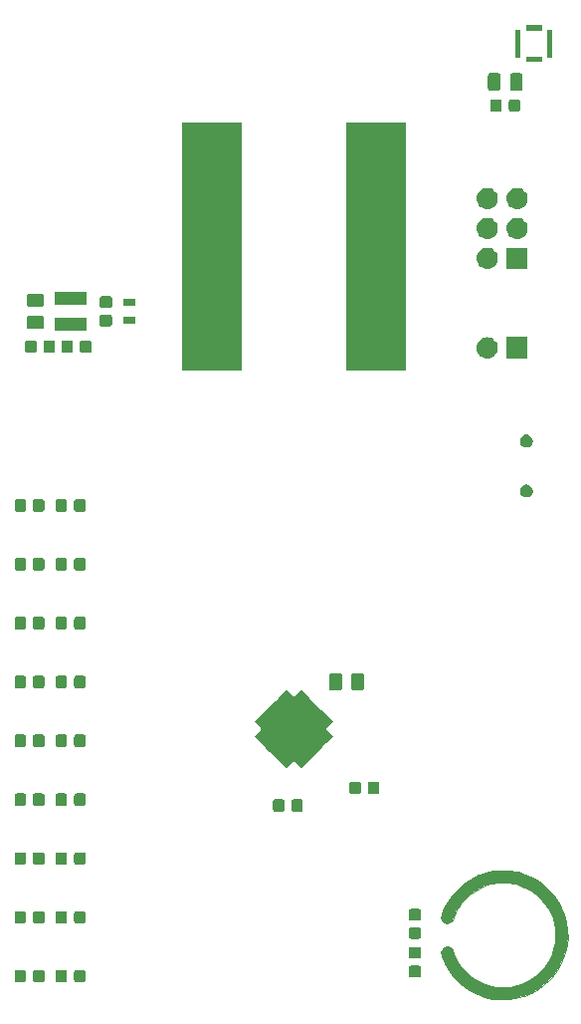
<source format=gbr>
G04 #@! TF.GenerationSoftware,KiCad,Pcbnew,5.1.0-unknown-3692c51~82~ubuntu16.04.1*
G04 #@! TF.CreationDate,2019-03-31T00:09:47-04:00*
G04 #@! TF.ProjectId,BalancingBusinessCardLights,42616c61-6e63-4696-9e67-427573696e65,rev?*
G04 #@! TF.SameCoordinates,Original*
G04 #@! TF.FileFunction,Soldermask,Top*
G04 #@! TF.FilePolarity,Negative*
%FSLAX46Y46*%
G04 Gerber Fmt 4.6, Leading zero omitted, Abs format (unit mm)*
G04 Created by KiCad (PCBNEW 5.1.0-unknown-3692c51~82~ubuntu16.04.1) date 2019-03-31 00:09:47*
%MOMM*%
%LPD*%
G04 APERTURE LIST*
%ADD10C,0.010000*%
%ADD11C,0.100000*%
G04 APERTURE END LIST*
D10*
G36*
X222732465Y-132447950D02*
G01*
X222759602Y-132326656D01*
X222812159Y-132160471D01*
X223050859Y-131579279D01*
X223364671Y-131024763D01*
X223745966Y-130505652D01*
X224187114Y-130030673D01*
X224680485Y-129608554D01*
X225218448Y-129248023D01*
X225486447Y-129101352D01*
X225942431Y-128887396D01*
X226371806Y-128728047D01*
X226800674Y-128616655D01*
X227255134Y-128546570D01*
X227761287Y-128511142D01*
X227809500Y-128509451D01*
X228229967Y-128504447D01*
X228595735Y-128521692D01*
X228934707Y-128564855D01*
X229274787Y-128637607D01*
X229643879Y-128743614D01*
X229681630Y-128755601D01*
X230299081Y-128995682D01*
X230873938Y-129304185D01*
X231402381Y-129674957D01*
X231880587Y-130101843D01*
X232304735Y-130578691D01*
X232671003Y-131099347D01*
X232975570Y-131657658D01*
X233214614Y-132247470D01*
X233384314Y-132862630D01*
X233480848Y-133496985D01*
X233500394Y-134144381D01*
X233439131Y-134798665D01*
X233438238Y-134804333D01*
X233292206Y-135465220D01*
X233070533Y-136095384D01*
X232777948Y-136689273D01*
X232419186Y-137241336D01*
X231998977Y-137746023D01*
X231522054Y-138197782D01*
X230993149Y-138591061D01*
X230416995Y-138920310D01*
X229798322Y-139179976D01*
X229672167Y-139222342D01*
X229029274Y-139385828D01*
X228370377Y-139469459D01*
X227705702Y-139473718D01*
X227045473Y-139399088D01*
X226399916Y-139246053D01*
X225838412Y-139041039D01*
X225248460Y-138742929D01*
X224700082Y-138378013D01*
X224199869Y-137953340D01*
X223754411Y-137475958D01*
X223370296Y-136952914D01*
X223054113Y-136391258D01*
X222815733Y-135807844D01*
X222761075Y-135630438D01*
X222736919Y-135504573D01*
X222739665Y-135404296D01*
X222752002Y-135348229D01*
X222840016Y-135165558D01*
X222985820Y-135044683D01*
X223188836Y-134986066D01*
X223206292Y-134984198D01*
X223360356Y-134985864D01*
X223486789Y-135030189D01*
X223595631Y-135126807D01*
X223696922Y-135285349D01*
X223800704Y-135515450D01*
X223825493Y-135578245D01*
X224085168Y-136136007D01*
X224409571Y-136643446D01*
X224792780Y-137096497D01*
X225228876Y-137491096D01*
X225711939Y-137823175D01*
X226236048Y-138088670D01*
X226795285Y-138283516D01*
X227383728Y-138403647D01*
X227995459Y-138444998D01*
X228000000Y-138445000D01*
X228610879Y-138404363D01*
X229197945Y-138285361D01*
X229755400Y-138092357D01*
X230277444Y-137829713D01*
X230758277Y-137501794D01*
X231192100Y-137112962D01*
X231573114Y-136667580D01*
X231895518Y-136170012D01*
X232153514Y-135624620D01*
X232293144Y-135215134D01*
X232421546Y-134627278D01*
X232468977Y-134041785D01*
X232439044Y-133464949D01*
X232335351Y-132903064D01*
X232161504Y-132362424D01*
X231921108Y-131849324D01*
X231617769Y-131370057D01*
X231255091Y-130930917D01*
X230836681Y-130538199D01*
X230366143Y-130198197D01*
X229847082Y-129917205D01*
X229283104Y-129701517D01*
X229105699Y-129650488D01*
X228932789Y-129607302D01*
X228777442Y-129576980D01*
X228617424Y-129557238D01*
X228430498Y-129545790D01*
X228194429Y-129540352D01*
X228021167Y-129539028D01*
X227743852Y-129539593D01*
X227529646Y-129545364D01*
X227357056Y-129558286D01*
X227204585Y-129580306D01*
X227050740Y-129613370D01*
X226967313Y-129634462D01*
X226439363Y-129797973D01*
X225972194Y-130000460D01*
X225546782Y-130252620D01*
X225144102Y-130565147D01*
X224887458Y-130803833D01*
X224713991Y-130981916D01*
X224547125Y-131165141D01*
X224404454Y-131333426D01*
X224303575Y-131466691D01*
X224293947Y-131481167D01*
X224191418Y-131649850D01*
X224080164Y-131850260D01*
X223971807Y-132059528D01*
X223877966Y-132254785D01*
X223810261Y-132413161D01*
X223788452Y-132476000D01*
X223698844Y-132707110D01*
X223583895Y-132863315D01*
X223434458Y-132952812D01*
X223241387Y-132983801D01*
X223221683Y-132984000D01*
X223038244Y-132944347D01*
X222880756Y-132835745D01*
X222769643Y-132673732D01*
X222751318Y-132626140D01*
X222730789Y-132539469D01*
X222732465Y-132447950D01*
X222732465Y-132447950D01*
G37*
X222732465Y-132447950D02*
X222759602Y-132326656D01*
X222812159Y-132160471D01*
X223050859Y-131579279D01*
X223364671Y-131024763D01*
X223745966Y-130505652D01*
X224187114Y-130030673D01*
X224680485Y-129608554D01*
X225218448Y-129248023D01*
X225486447Y-129101352D01*
X225942431Y-128887396D01*
X226371806Y-128728047D01*
X226800674Y-128616655D01*
X227255134Y-128546570D01*
X227761287Y-128511142D01*
X227809500Y-128509451D01*
X228229967Y-128504447D01*
X228595735Y-128521692D01*
X228934707Y-128564855D01*
X229274787Y-128637607D01*
X229643879Y-128743614D01*
X229681630Y-128755601D01*
X230299081Y-128995682D01*
X230873938Y-129304185D01*
X231402381Y-129674957D01*
X231880587Y-130101843D01*
X232304735Y-130578691D01*
X232671003Y-131099347D01*
X232975570Y-131657658D01*
X233214614Y-132247470D01*
X233384314Y-132862630D01*
X233480848Y-133496985D01*
X233500394Y-134144381D01*
X233439131Y-134798665D01*
X233438238Y-134804333D01*
X233292206Y-135465220D01*
X233070533Y-136095384D01*
X232777948Y-136689273D01*
X232419186Y-137241336D01*
X231998977Y-137746023D01*
X231522054Y-138197782D01*
X230993149Y-138591061D01*
X230416995Y-138920310D01*
X229798322Y-139179976D01*
X229672167Y-139222342D01*
X229029274Y-139385828D01*
X228370377Y-139469459D01*
X227705702Y-139473718D01*
X227045473Y-139399088D01*
X226399916Y-139246053D01*
X225838412Y-139041039D01*
X225248460Y-138742929D01*
X224700082Y-138378013D01*
X224199869Y-137953340D01*
X223754411Y-137475958D01*
X223370296Y-136952914D01*
X223054113Y-136391258D01*
X222815733Y-135807844D01*
X222761075Y-135630438D01*
X222736919Y-135504573D01*
X222739665Y-135404296D01*
X222752002Y-135348229D01*
X222840016Y-135165558D01*
X222985820Y-135044683D01*
X223188836Y-134986066D01*
X223206292Y-134984198D01*
X223360356Y-134985864D01*
X223486789Y-135030189D01*
X223595631Y-135126807D01*
X223696922Y-135285349D01*
X223800704Y-135515450D01*
X223825493Y-135578245D01*
X224085168Y-136136007D01*
X224409571Y-136643446D01*
X224792780Y-137096497D01*
X225228876Y-137491096D01*
X225711939Y-137823175D01*
X226236048Y-138088670D01*
X226795285Y-138283516D01*
X227383728Y-138403647D01*
X227995459Y-138444998D01*
X228000000Y-138445000D01*
X228610879Y-138404363D01*
X229197945Y-138285361D01*
X229755400Y-138092357D01*
X230277444Y-137829713D01*
X230758277Y-137501794D01*
X231192100Y-137112962D01*
X231573114Y-136667580D01*
X231895518Y-136170012D01*
X232153514Y-135624620D01*
X232293144Y-135215134D01*
X232421546Y-134627278D01*
X232468977Y-134041785D01*
X232439044Y-133464949D01*
X232335351Y-132903064D01*
X232161504Y-132362424D01*
X231921108Y-131849324D01*
X231617769Y-131370057D01*
X231255091Y-130930917D01*
X230836681Y-130538199D01*
X230366143Y-130198197D01*
X229847082Y-129917205D01*
X229283104Y-129701517D01*
X229105699Y-129650488D01*
X228932789Y-129607302D01*
X228777442Y-129576980D01*
X228617424Y-129557238D01*
X228430498Y-129545790D01*
X228194429Y-129540352D01*
X228021167Y-129539028D01*
X227743852Y-129539593D01*
X227529646Y-129545364D01*
X227357056Y-129558286D01*
X227204585Y-129580306D01*
X227050740Y-129613370D01*
X226967313Y-129634462D01*
X226439363Y-129797973D01*
X225972194Y-130000460D01*
X225546782Y-130252620D01*
X225144102Y-130565147D01*
X224887458Y-130803833D01*
X224713991Y-130981916D01*
X224547125Y-131165141D01*
X224404454Y-131333426D01*
X224303575Y-131466691D01*
X224293947Y-131481167D01*
X224191418Y-131649850D01*
X224080164Y-131850260D01*
X223971807Y-132059528D01*
X223877966Y-132254785D01*
X223810261Y-132413161D01*
X223788452Y-132476000D01*
X223698844Y-132707110D01*
X223583895Y-132863315D01*
X223434458Y-132952812D01*
X223241387Y-132983801D01*
X223221683Y-132984000D01*
X223038244Y-132944347D01*
X222880756Y-132835745D01*
X222769643Y-132673732D01*
X222751318Y-132626140D01*
X222730789Y-132539469D01*
X222732465Y-132447950D01*
D11*
G36*
X192327392Y-136951874D02*
G01*
X192361370Y-136962182D01*
X192392691Y-136978923D01*
X192420140Y-137001450D01*
X192442667Y-137028899D01*
X192459408Y-137060220D01*
X192469716Y-137094198D01*
X192473801Y-137135679D01*
X192473801Y-137811899D01*
X192469716Y-137853380D01*
X192459408Y-137887358D01*
X192442667Y-137918679D01*
X192420140Y-137946128D01*
X192392691Y-137968655D01*
X192361370Y-137985396D01*
X192327392Y-137995704D01*
X192285911Y-137999789D01*
X191684691Y-137999789D01*
X191643210Y-137995704D01*
X191609232Y-137985396D01*
X191577911Y-137968655D01*
X191550462Y-137946128D01*
X191527935Y-137918679D01*
X191511194Y-137887358D01*
X191500886Y-137853380D01*
X191496801Y-137811899D01*
X191496801Y-137135679D01*
X191500886Y-137094198D01*
X191511194Y-137060220D01*
X191527935Y-137028899D01*
X191550462Y-137001450D01*
X191577911Y-136978923D01*
X191609232Y-136962182D01*
X191643210Y-136951874D01*
X191684691Y-136947789D01*
X192285911Y-136947789D01*
X192327392Y-136951874D01*
X192327392Y-136951874D01*
G37*
G36*
X190752392Y-136951874D02*
G01*
X190786370Y-136962182D01*
X190817691Y-136978923D01*
X190845140Y-137001450D01*
X190867667Y-137028899D01*
X190884408Y-137060220D01*
X190894716Y-137094198D01*
X190898801Y-137135679D01*
X190898801Y-137811899D01*
X190894716Y-137853380D01*
X190884408Y-137887358D01*
X190867667Y-137918679D01*
X190845140Y-137946128D01*
X190817691Y-137968655D01*
X190786370Y-137985396D01*
X190752392Y-137995704D01*
X190710911Y-137999789D01*
X190109691Y-137999789D01*
X190068210Y-137995704D01*
X190034232Y-137985396D01*
X190002911Y-137968655D01*
X189975462Y-137946128D01*
X189952935Y-137918679D01*
X189936194Y-137887358D01*
X189925886Y-137853380D01*
X189921801Y-137811899D01*
X189921801Y-137135679D01*
X189925886Y-137094198D01*
X189936194Y-137060220D01*
X189952935Y-137028899D01*
X189975462Y-137001450D01*
X190002911Y-136978923D01*
X190034232Y-136962182D01*
X190068210Y-136951874D01*
X190109691Y-136947789D01*
X190710911Y-136947789D01*
X190752392Y-136951874D01*
X190752392Y-136951874D01*
G37*
G36*
X188827392Y-136951874D02*
G01*
X188861370Y-136962182D01*
X188892691Y-136978923D01*
X188920140Y-137001450D01*
X188942667Y-137028899D01*
X188959408Y-137060220D01*
X188969716Y-137094198D01*
X188973801Y-137135679D01*
X188973801Y-137811899D01*
X188969716Y-137853380D01*
X188959408Y-137887358D01*
X188942667Y-137918679D01*
X188920140Y-137946128D01*
X188892691Y-137968655D01*
X188861370Y-137985396D01*
X188827392Y-137995704D01*
X188785911Y-137999789D01*
X188184691Y-137999789D01*
X188143210Y-137995704D01*
X188109232Y-137985396D01*
X188077911Y-137968655D01*
X188050462Y-137946128D01*
X188027935Y-137918679D01*
X188011194Y-137887358D01*
X188000886Y-137853380D01*
X187996801Y-137811899D01*
X187996801Y-137135679D01*
X188000886Y-137094198D01*
X188011194Y-137060220D01*
X188027935Y-137028899D01*
X188050462Y-137001450D01*
X188077911Y-136978923D01*
X188109232Y-136962182D01*
X188143210Y-136951874D01*
X188184691Y-136947789D01*
X188785911Y-136947789D01*
X188827392Y-136951874D01*
X188827392Y-136951874D01*
G37*
G36*
X187252392Y-136951874D02*
G01*
X187286370Y-136962182D01*
X187317691Y-136978923D01*
X187345140Y-137001450D01*
X187367667Y-137028899D01*
X187384408Y-137060220D01*
X187394716Y-137094198D01*
X187398801Y-137135679D01*
X187398801Y-137811899D01*
X187394716Y-137853380D01*
X187384408Y-137887358D01*
X187367667Y-137918679D01*
X187345140Y-137946128D01*
X187317691Y-137968655D01*
X187286370Y-137985396D01*
X187252392Y-137995704D01*
X187210911Y-137999789D01*
X186609691Y-137999789D01*
X186568210Y-137995704D01*
X186534232Y-137985396D01*
X186502911Y-137968655D01*
X186475462Y-137946128D01*
X186452935Y-137918679D01*
X186436194Y-137887358D01*
X186425886Y-137853380D01*
X186421801Y-137811899D01*
X186421801Y-137135679D01*
X186425886Y-137094198D01*
X186436194Y-137060220D01*
X186452935Y-137028899D01*
X186475462Y-137001450D01*
X186502911Y-136978923D01*
X186534232Y-136962182D01*
X186568210Y-136951874D01*
X186609691Y-136947789D01*
X187210911Y-136947789D01*
X187252392Y-136951874D01*
X187252392Y-136951874D01*
G37*
G36*
X220879591Y-136590585D02*
G01*
X220913569Y-136600893D01*
X220944890Y-136617634D01*
X220972339Y-136640161D01*
X220994866Y-136667610D01*
X221011607Y-136698931D01*
X221021915Y-136732909D01*
X221026000Y-136774390D01*
X221026000Y-137375610D01*
X221021915Y-137417091D01*
X221011607Y-137451069D01*
X220994866Y-137482390D01*
X220972339Y-137509839D01*
X220944890Y-137532366D01*
X220913569Y-137549107D01*
X220879591Y-137559415D01*
X220838110Y-137563500D01*
X220161890Y-137563500D01*
X220120409Y-137559415D01*
X220086431Y-137549107D01*
X220055110Y-137532366D01*
X220027661Y-137509839D01*
X220005134Y-137482390D01*
X219988393Y-137451069D01*
X219978085Y-137417091D01*
X219974000Y-137375610D01*
X219974000Y-136774390D01*
X219978085Y-136732909D01*
X219988393Y-136698931D01*
X220005134Y-136667610D01*
X220027661Y-136640161D01*
X220055110Y-136617634D01*
X220086431Y-136600893D01*
X220120409Y-136590585D01*
X220161890Y-136586500D01*
X220838110Y-136586500D01*
X220879591Y-136590585D01*
X220879591Y-136590585D01*
G37*
G36*
X220879591Y-135015585D02*
G01*
X220913569Y-135025893D01*
X220944890Y-135042634D01*
X220972339Y-135065161D01*
X220994866Y-135092610D01*
X221011607Y-135123931D01*
X221021915Y-135157909D01*
X221026000Y-135199390D01*
X221026000Y-135800610D01*
X221021915Y-135842091D01*
X221011607Y-135876069D01*
X220994866Y-135907390D01*
X220972339Y-135934839D01*
X220944890Y-135957366D01*
X220913569Y-135974107D01*
X220879591Y-135984415D01*
X220838110Y-135988500D01*
X220161890Y-135988500D01*
X220120409Y-135984415D01*
X220086431Y-135974107D01*
X220055110Y-135957366D01*
X220027661Y-135934839D01*
X220005134Y-135907390D01*
X219988393Y-135876069D01*
X219978085Y-135842091D01*
X219974000Y-135800610D01*
X219974000Y-135199390D01*
X219978085Y-135157909D01*
X219988393Y-135123931D01*
X220005134Y-135092610D01*
X220027661Y-135065161D01*
X220055110Y-135042634D01*
X220086431Y-135025893D01*
X220120409Y-135015585D01*
X220161890Y-135011500D01*
X220838110Y-135011500D01*
X220879591Y-135015585D01*
X220879591Y-135015585D01*
G37*
G36*
X220879591Y-133340585D02*
G01*
X220913569Y-133350893D01*
X220944890Y-133367634D01*
X220972339Y-133390161D01*
X220994866Y-133417610D01*
X221011607Y-133448931D01*
X221021915Y-133482909D01*
X221026000Y-133524390D01*
X221026000Y-134125610D01*
X221021915Y-134167091D01*
X221011607Y-134201069D01*
X220994866Y-134232390D01*
X220972339Y-134259839D01*
X220944890Y-134282366D01*
X220913569Y-134299107D01*
X220879591Y-134309415D01*
X220838110Y-134313500D01*
X220161890Y-134313500D01*
X220120409Y-134309415D01*
X220086431Y-134299107D01*
X220055110Y-134282366D01*
X220027661Y-134259839D01*
X220005134Y-134232390D01*
X219988393Y-134201069D01*
X219978085Y-134167091D01*
X219974000Y-134125610D01*
X219974000Y-133524390D01*
X219978085Y-133482909D01*
X219988393Y-133448931D01*
X220005134Y-133417610D01*
X220027661Y-133390161D01*
X220055110Y-133367634D01*
X220086431Y-133350893D01*
X220120409Y-133340585D01*
X220161890Y-133336500D01*
X220838110Y-133336500D01*
X220879591Y-133340585D01*
X220879591Y-133340585D01*
G37*
G36*
X187252392Y-131951874D02*
G01*
X187286370Y-131962182D01*
X187317691Y-131978923D01*
X187345140Y-132001450D01*
X187367667Y-132028899D01*
X187384408Y-132060220D01*
X187394716Y-132094198D01*
X187398801Y-132135679D01*
X187398801Y-132811899D01*
X187394716Y-132853380D01*
X187384408Y-132887358D01*
X187367667Y-132918679D01*
X187345140Y-132946128D01*
X187317691Y-132968655D01*
X187286370Y-132985396D01*
X187252392Y-132995704D01*
X187210911Y-132999789D01*
X186609691Y-132999789D01*
X186568210Y-132995704D01*
X186534232Y-132985396D01*
X186502911Y-132968655D01*
X186475462Y-132946128D01*
X186452935Y-132918679D01*
X186436194Y-132887358D01*
X186425886Y-132853380D01*
X186421801Y-132811899D01*
X186421801Y-132135679D01*
X186425886Y-132094198D01*
X186436194Y-132060220D01*
X186452935Y-132028899D01*
X186475462Y-132001450D01*
X186502911Y-131978923D01*
X186534232Y-131962182D01*
X186568210Y-131951874D01*
X186609691Y-131947789D01*
X187210911Y-131947789D01*
X187252392Y-131951874D01*
X187252392Y-131951874D01*
G37*
G36*
X190752392Y-131951874D02*
G01*
X190786370Y-131962182D01*
X190817691Y-131978923D01*
X190845140Y-132001450D01*
X190867667Y-132028899D01*
X190884408Y-132060220D01*
X190894716Y-132094198D01*
X190898801Y-132135679D01*
X190898801Y-132811899D01*
X190894716Y-132853380D01*
X190884408Y-132887358D01*
X190867667Y-132918679D01*
X190845140Y-132946128D01*
X190817691Y-132968655D01*
X190786370Y-132985396D01*
X190752392Y-132995704D01*
X190710911Y-132999789D01*
X190109691Y-132999789D01*
X190068210Y-132995704D01*
X190034232Y-132985396D01*
X190002911Y-132968655D01*
X189975462Y-132946128D01*
X189952935Y-132918679D01*
X189936194Y-132887358D01*
X189925886Y-132853380D01*
X189921801Y-132811899D01*
X189921801Y-132135679D01*
X189925886Y-132094198D01*
X189936194Y-132060220D01*
X189952935Y-132028899D01*
X189975462Y-132001450D01*
X190002911Y-131978923D01*
X190034232Y-131962182D01*
X190068210Y-131951874D01*
X190109691Y-131947789D01*
X190710911Y-131947789D01*
X190752392Y-131951874D01*
X190752392Y-131951874D01*
G37*
G36*
X192327392Y-131951874D02*
G01*
X192361370Y-131962182D01*
X192392691Y-131978923D01*
X192420140Y-132001450D01*
X192442667Y-132028899D01*
X192459408Y-132060220D01*
X192469716Y-132094198D01*
X192473801Y-132135679D01*
X192473801Y-132811899D01*
X192469716Y-132853380D01*
X192459408Y-132887358D01*
X192442667Y-132918679D01*
X192420140Y-132946128D01*
X192392691Y-132968655D01*
X192361370Y-132985396D01*
X192327392Y-132995704D01*
X192285911Y-132999789D01*
X191684691Y-132999789D01*
X191643210Y-132995704D01*
X191609232Y-132985396D01*
X191577911Y-132968655D01*
X191550462Y-132946128D01*
X191527935Y-132918679D01*
X191511194Y-132887358D01*
X191500886Y-132853380D01*
X191496801Y-132811899D01*
X191496801Y-132135679D01*
X191500886Y-132094198D01*
X191511194Y-132060220D01*
X191527935Y-132028899D01*
X191550462Y-132001450D01*
X191577911Y-131978923D01*
X191609232Y-131962182D01*
X191643210Y-131951874D01*
X191684691Y-131947789D01*
X192285911Y-131947789D01*
X192327392Y-131951874D01*
X192327392Y-131951874D01*
G37*
G36*
X188827392Y-131951874D02*
G01*
X188861370Y-131962182D01*
X188892691Y-131978923D01*
X188920140Y-132001450D01*
X188942667Y-132028899D01*
X188959408Y-132060220D01*
X188969716Y-132094198D01*
X188973801Y-132135679D01*
X188973801Y-132811899D01*
X188969716Y-132853380D01*
X188959408Y-132887358D01*
X188942667Y-132918679D01*
X188920140Y-132946128D01*
X188892691Y-132968655D01*
X188861370Y-132985396D01*
X188827392Y-132995704D01*
X188785911Y-132999789D01*
X188184691Y-132999789D01*
X188143210Y-132995704D01*
X188109232Y-132985396D01*
X188077911Y-132968655D01*
X188050462Y-132946128D01*
X188027935Y-132918679D01*
X188011194Y-132887358D01*
X188000886Y-132853380D01*
X187996801Y-132811899D01*
X187996801Y-132135679D01*
X188000886Y-132094198D01*
X188011194Y-132060220D01*
X188027935Y-132028899D01*
X188050462Y-132001450D01*
X188077911Y-131978923D01*
X188109232Y-131962182D01*
X188143210Y-131951874D01*
X188184691Y-131947789D01*
X188785911Y-131947789D01*
X188827392Y-131951874D01*
X188827392Y-131951874D01*
G37*
G36*
X220879591Y-131765585D02*
G01*
X220913569Y-131775893D01*
X220944890Y-131792634D01*
X220972339Y-131815161D01*
X220994866Y-131842610D01*
X221011607Y-131873931D01*
X221021915Y-131907909D01*
X221026000Y-131949390D01*
X221026000Y-132550610D01*
X221021915Y-132592091D01*
X221011607Y-132626069D01*
X220994866Y-132657390D01*
X220972339Y-132684839D01*
X220944890Y-132707366D01*
X220913569Y-132724107D01*
X220879591Y-132734415D01*
X220838110Y-132738500D01*
X220161890Y-132738500D01*
X220120409Y-132734415D01*
X220086431Y-132724107D01*
X220055110Y-132707366D01*
X220027661Y-132684839D01*
X220005134Y-132657390D01*
X219988393Y-132626069D01*
X219978085Y-132592091D01*
X219974000Y-132550610D01*
X219974000Y-131949390D01*
X219978085Y-131907909D01*
X219988393Y-131873931D01*
X220005134Y-131842610D01*
X220027661Y-131815161D01*
X220055110Y-131792634D01*
X220086431Y-131775893D01*
X220120409Y-131765585D01*
X220161890Y-131761500D01*
X220838110Y-131761500D01*
X220879591Y-131765585D01*
X220879591Y-131765585D01*
G37*
G36*
X187252392Y-126951874D02*
G01*
X187286370Y-126962182D01*
X187317691Y-126978923D01*
X187345140Y-127001450D01*
X187367667Y-127028899D01*
X187384408Y-127060220D01*
X187394716Y-127094198D01*
X187398801Y-127135679D01*
X187398801Y-127811899D01*
X187394716Y-127853380D01*
X187384408Y-127887358D01*
X187367667Y-127918679D01*
X187345140Y-127946128D01*
X187317691Y-127968655D01*
X187286370Y-127985396D01*
X187252392Y-127995704D01*
X187210911Y-127999789D01*
X186609691Y-127999789D01*
X186568210Y-127995704D01*
X186534232Y-127985396D01*
X186502911Y-127968655D01*
X186475462Y-127946128D01*
X186452935Y-127918679D01*
X186436194Y-127887358D01*
X186425886Y-127853380D01*
X186421801Y-127811899D01*
X186421801Y-127135679D01*
X186425886Y-127094198D01*
X186436194Y-127060220D01*
X186452935Y-127028899D01*
X186475462Y-127001450D01*
X186502911Y-126978923D01*
X186534232Y-126962182D01*
X186568210Y-126951874D01*
X186609691Y-126947789D01*
X187210911Y-126947789D01*
X187252392Y-126951874D01*
X187252392Y-126951874D01*
G37*
G36*
X188827392Y-126951874D02*
G01*
X188861370Y-126962182D01*
X188892691Y-126978923D01*
X188920140Y-127001450D01*
X188942667Y-127028899D01*
X188959408Y-127060220D01*
X188969716Y-127094198D01*
X188973801Y-127135679D01*
X188973801Y-127811899D01*
X188969716Y-127853380D01*
X188959408Y-127887358D01*
X188942667Y-127918679D01*
X188920140Y-127946128D01*
X188892691Y-127968655D01*
X188861370Y-127985396D01*
X188827392Y-127995704D01*
X188785911Y-127999789D01*
X188184691Y-127999789D01*
X188143210Y-127995704D01*
X188109232Y-127985396D01*
X188077911Y-127968655D01*
X188050462Y-127946128D01*
X188027935Y-127918679D01*
X188011194Y-127887358D01*
X188000886Y-127853380D01*
X187996801Y-127811899D01*
X187996801Y-127135679D01*
X188000886Y-127094198D01*
X188011194Y-127060220D01*
X188027935Y-127028899D01*
X188050462Y-127001450D01*
X188077911Y-126978923D01*
X188109232Y-126962182D01*
X188143210Y-126951874D01*
X188184691Y-126947789D01*
X188785911Y-126947789D01*
X188827392Y-126951874D01*
X188827392Y-126951874D01*
G37*
G36*
X190752392Y-126951874D02*
G01*
X190786370Y-126962182D01*
X190817691Y-126978923D01*
X190845140Y-127001450D01*
X190867667Y-127028899D01*
X190884408Y-127060220D01*
X190894716Y-127094198D01*
X190898801Y-127135679D01*
X190898801Y-127811899D01*
X190894716Y-127853380D01*
X190884408Y-127887358D01*
X190867667Y-127918679D01*
X190845140Y-127946128D01*
X190817691Y-127968655D01*
X190786370Y-127985396D01*
X190752392Y-127995704D01*
X190710911Y-127999789D01*
X190109691Y-127999789D01*
X190068210Y-127995704D01*
X190034232Y-127985396D01*
X190002911Y-127968655D01*
X189975462Y-127946128D01*
X189952935Y-127918679D01*
X189936194Y-127887358D01*
X189925886Y-127853380D01*
X189921801Y-127811899D01*
X189921801Y-127135679D01*
X189925886Y-127094198D01*
X189936194Y-127060220D01*
X189952935Y-127028899D01*
X189975462Y-127001450D01*
X190002911Y-126978923D01*
X190034232Y-126962182D01*
X190068210Y-126951874D01*
X190109691Y-126947789D01*
X190710911Y-126947789D01*
X190752392Y-126951874D01*
X190752392Y-126951874D01*
G37*
G36*
X192327392Y-126951874D02*
G01*
X192361370Y-126962182D01*
X192392691Y-126978923D01*
X192420140Y-127001450D01*
X192442667Y-127028899D01*
X192459408Y-127060220D01*
X192469716Y-127094198D01*
X192473801Y-127135679D01*
X192473801Y-127811899D01*
X192469716Y-127853380D01*
X192459408Y-127887358D01*
X192442667Y-127918679D01*
X192420140Y-127946128D01*
X192392691Y-127968655D01*
X192361370Y-127985396D01*
X192327392Y-127995704D01*
X192285911Y-127999789D01*
X191684691Y-127999789D01*
X191643210Y-127995704D01*
X191609232Y-127985396D01*
X191577911Y-127968655D01*
X191550462Y-127946128D01*
X191527935Y-127918679D01*
X191511194Y-127887358D01*
X191500886Y-127853380D01*
X191496801Y-127811899D01*
X191496801Y-127135679D01*
X191500886Y-127094198D01*
X191511194Y-127060220D01*
X191527935Y-127028899D01*
X191550462Y-127001450D01*
X191577911Y-126978923D01*
X191609232Y-126962182D01*
X191643210Y-126951874D01*
X191684691Y-126947789D01*
X192285911Y-126947789D01*
X192327392Y-126951874D01*
X192327392Y-126951874D01*
G37*
G36*
X209252392Y-122451874D02*
G01*
X209286370Y-122462182D01*
X209317691Y-122478923D01*
X209345140Y-122501450D01*
X209367667Y-122528899D01*
X209384408Y-122560220D01*
X209394716Y-122594198D01*
X209398801Y-122635679D01*
X209398801Y-123311899D01*
X209394716Y-123353380D01*
X209384408Y-123387358D01*
X209367667Y-123418679D01*
X209345140Y-123446128D01*
X209317691Y-123468655D01*
X209286370Y-123485396D01*
X209252392Y-123495704D01*
X209210911Y-123499789D01*
X208609691Y-123499789D01*
X208568210Y-123495704D01*
X208534232Y-123485396D01*
X208502911Y-123468655D01*
X208475462Y-123446128D01*
X208452935Y-123418679D01*
X208436194Y-123387358D01*
X208425886Y-123353380D01*
X208421801Y-123311899D01*
X208421801Y-122635679D01*
X208425886Y-122594198D01*
X208436194Y-122560220D01*
X208452935Y-122528899D01*
X208475462Y-122501450D01*
X208502911Y-122478923D01*
X208534232Y-122462182D01*
X208568210Y-122451874D01*
X208609691Y-122447789D01*
X209210911Y-122447789D01*
X209252392Y-122451874D01*
X209252392Y-122451874D01*
G37*
G36*
X210827392Y-122451874D02*
G01*
X210861370Y-122462182D01*
X210892691Y-122478923D01*
X210920140Y-122501450D01*
X210942667Y-122528899D01*
X210959408Y-122560220D01*
X210969716Y-122594198D01*
X210973801Y-122635679D01*
X210973801Y-123311899D01*
X210969716Y-123353380D01*
X210959408Y-123387358D01*
X210942667Y-123418679D01*
X210920140Y-123446128D01*
X210892691Y-123468655D01*
X210861370Y-123485396D01*
X210827392Y-123495704D01*
X210785911Y-123499789D01*
X210184691Y-123499789D01*
X210143210Y-123495704D01*
X210109232Y-123485396D01*
X210077911Y-123468655D01*
X210050462Y-123446128D01*
X210027935Y-123418679D01*
X210011194Y-123387358D01*
X210000886Y-123353380D01*
X209996801Y-123311899D01*
X209996801Y-122635679D01*
X210000886Y-122594198D01*
X210011194Y-122560220D01*
X210027935Y-122528899D01*
X210050462Y-122501450D01*
X210077911Y-122478923D01*
X210109232Y-122462182D01*
X210143210Y-122451874D01*
X210184691Y-122447789D01*
X210785911Y-122447789D01*
X210827392Y-122451874D01*
X210827392Y-122451874D01*
G37*
G36*
X192327392Y-121951874D02*
G01*
X192361370Y-121962182D01*
X192392691Y-121978923D01*
X192420140Y-122001450D01*
X192442667Y-122028899D01*
X192459408Y-122060220D01*
X192469716Y-122094198D01*
X192473801Y-122135679D01*
X192473801Y-122811899D01*
X192469716Y-122853380D01*
X192459408Y-122887358D01*
X192442667Y-122918679D01*
X192420140Y-122946128D01*
X192392691Y-122968655D01*
X192361370Y-122985396D01*
X192327392Y-122995704D01*
X192285911Y-122999789D01*
X191684691Y-122999789D01*
X191643210Y-122995704D01*
X191609232Y-122985396D01*
X191577911Y-122968655D01*
X191550462Y-122946128D01*
X191527935Y-122918679D01*
X191511194Y-122887358D01*
X191500886Y-122853380D01*
X191496801Y-122811899D01*
X191496801Y-122135679D01*
X191500886Y-122094198D01*
X191511194Y-122060220D01*
X191527935Y-122028899D01*
X191550462Y-122001450D01*
X191577911Y-121978923D01*
X191609232Y-121962182D01*
X191643210Y-121951874D01*
X191684691Y-121947789D01*
X192285911Y-121947789D01*
X192327392Y-121951874D01*
X192327392Y-121951874D01*
G37*
G36*
X188827392Y-121951874D02*
G01*
X188861370Y-121962182D01*
X188892691Y-121978923D01*
X188920140Y-122001450D01*
X188942667Y-122028899D01*
X188959408Y-122060220D01*
X188969716Y-122094198D01*
X188973801Y-122135679D01*
X188973801Y-122811899D01*
X188969716Y-122853380D01*
X188959408Y-122887358D01*
X188942667Y-122918679D01*
X188920140Y-122946128D01*
X188892691Y-122968655D01*
X188861370Y-122985396D01*
X188827392Y-122995704D01*
X188785911Y-122999789D01*
X188184691Y-122999789D01*
X188143210Y-122995704D01*
X188109232Y-122985396D01*
X188077911Y-122968655D01*
X188050462Y-122946128D01*
X188027935Y-122918679D01*
X188011194Y-122887358D01*
X188000886Y-122853380D01*
X187996801Y-122811899D01*
X187996801Y-122135679D01*
X188000886Y-122094198D01*
X188011194Y-122060220D01*
X188027935Y-122028899D01*
X188050462Y-122001450D01*
X188077911Y-121978923D01*
X188109232Y-121962182D01*
X188143210Y-121951874D01*
X188184691Y-121947789D01*
X188785911Y-121947789D01*
X188827392Y-121951874D01*
X188827392Y-121951874D01*
G37*
G36*
X187252392Y-121951874D02*
G01*
X187286370Y-121962182D01*
X187317691Y-121978923D01*
X187345140Y-122001450D01*
X187367667Y-122028899D01*
X187384408Y-122060220D01*
X187394716Y-122094198D01*
X187398801Y-122135679D01*
X187398801Y-122811899D01*
X187394716Y-122853380D01*
X187384408Y-122887358D01*
X187367667Y-122918679D01*
X187345140Y-122946128D01*
X187317691Y-122968655D01*
X187286370Y-122985396D01*
X187252392Y-122995704D01*
X187210911Y-122999789D01*
X186609691Y-122999789D01*
X186568210Y-122995704D01*
X186534232Y-122985396D01*
X186502911Y-122968655D01*
X186475462Y-122946128D01*
X186452935Y-122918679D01*
X186436194Y-122887358D01*
X186425886Y-122853380D01*
X186421801Y-122811899D01*
X186421801Y-122135679D01*
X186425886Y-122094198D01*
X186436194Y-122060220D01*
X186452935Y-122028899D01*
X186475462Y-122001450D01*
X186502911Y-121978923D01*
X186534232Y-121962182D01*
X186568210Y-121951874D01*
X186609691Y-121947789D01*
X187210911Y-121947789D01*
X187252392Y-121951874D01*
X187252392Y-121951874D01*
G37*
G36*
X190752392Y-121951874D02*
G01*
X190786370Y-121962182D01*
X190817691Y-121978923D01*
X190845140Y-122001450D01*
X190867667Y-122028899D01*
X190884408Y-122060220D01*
X190894716Y-122094198D01*
X190898801Y-122135679D01*
X190898801Y-122811899D01*
X190894716Y-122853380D01*
X190884408Y-122887358D01*
X190867667Y-122918679D01*
X190845140Y-122946128D01*
X190817691Y-122968655D01*
X190786370Y-122985396D01*
X190752392Y-122995704D01*
X190710911Y-122999789D01*
X190109691Y-122999789D01*
X190068210Y-122995704D01*
X190034232Y-122985396D01*
X190002911Y-122968655D01*
X189975462Y-122946128D01*
X189952935Y-122918679D01*
X189936194Y-122887358D01*
X189925886Y-122853380D01*
X189921801Y-122811899D01*
X189921801Y-122135679D01*
X189925886Y-122094198D01*
X189936194Y-122060220D01*
X189952935Y-122028899D01*
X189975462Y-122001450D01*
X190002911Y-121978923D01*
X190034232Y-121962182D01*
X190068210Y-121951874D01*
X190109691Y-121947789D01*
X190710911Y-121947789D01*
X190752392Y-121951874D01*
X190752392Y-121951874D01*
G37*
G36*
X217327392Y-120951874D02*
G01*
X217361370Y-120962182D01*
X217392691Y-120978923D01*
X217420140Y-121001450D01*
X217442667Y-121028899D01*
X217459408Y-121060220D01*
X217469716Y-121094198D01*
X217473801Y-121135679D01*
X217473801Y-121811899D01*
X217469716Y-121853380D01*
X217459408Y-121887358D01*
X217442667Y-121918679D01*
X217420140Y-121946128D01*
X217392691Y-121968655D01*
X217361370Y-121985396D01*
X217327392Y-121995704D01*
X217285911Y-121999789D01*
X216684691Y-121999789D01*
X216643210Y-121995704D01*
X216609232Y-121985396D01*
X216577911Y-121968655D01*
X216550462Y-121946128D01*
X216527935Y-121918679D01*
X216511194Y-121887358D01*
X216500886Y-121853380D01*
X216496801Y-121811899D01*
X216496801Y-121135679D01*
X216500886Y-121094198D01*
X216511194Y-121060220D01*
X216527935Y-121028899D01*
X216550462Y-121001450D01*
X216577911Y-120978923D01*
X216609232Y-120962182D01*
X216643210Y-120951874D01*
X216684691Y-120947789D01*
X217285911Y-120947789D01*
X217327392Y-120951874D01*
X217327392Y-120951874D01*
G37*
G36*
X215752392Y-120951874D02*
G01*
X215786370Y-120962182D01*
X215817691Y-120978923D01*
X215845140Y-121001450D01*
X215867667Y-121028899D01*
X215884408Y-121060220D01*
X215894716Y-121094198D01*
X215898801Y-121135679D01*
X215898801Y-121811899D01*
X215894716Y-121853380D01*
X215884408Y-121887358D01*
X215867667Y-121918679D01*
X215845140Y-121946128D01*
X215817691Y-121968655D01*
X215786370Y-121985396D01*
X215752392Y-121995704D01*
X215710911Y-121999789D01*
X215109691Y-121999789D01*
X215068210Y-121995704D01*
X215034232Y-121985396D01*
X215002911Y-121968655D01*
X214975462Y-121946128D01*
X214952935Y-121918679D01*
X214936194Y-121887358D01*
X214925886Y-121853380D01*
X214921801Y-121811899D01*
X214921801Y-121135679D01*
X214925886Y-121094198D01*
X214936194Y-121060220D01*
X214952935Y-121028899D01*
X214975462Y-121001450D01*
X215002911Y-120978923D01*
X215034232Y-120962182D01*
X215068210Y-120951874D01*
X215109691Y-120947789D01*
X215710911Y-120947789D01*
X215752392Y-120951874D01*
X215752392Y-120951874D01*
G37*
G36*
X211065421Y-113380197D02*
G01*
X211065421Y-113380198D01*
X211081685Y-113396462D01*
X211081691Y-113396467D01*
X211170073Y-113484849D01*
X211170073Y-113484848D01*
X211418975Y-113733750D01*
X211418975Y-113733751D01*
X211507357Y-113822133D01*
X211507362Y-113822139D01*
X211523626Y-113838403D01*
X211523626Y-113838402D01*
X211772528Y-114087304D01*
X211772528Y-114087305D01*
X211788792Y-114103569D01*
X211788798Y-114103574D01*
X211877180Y-114191956D01*
X211877180Y-114191955D01*
X212126082Y-114440857D01*
X212126082Y-114440858D01*
X212230733Y-114545509D01*
X212230733Y-114545508D01*
X212479635Y-114794410D01*
X212479635Y-114794411D01*
X212568017Y-114882793D01*
X212568022Y-114882799D01*
X212584286Y-114899063D01*
X212584286Y-114899062D01*
X212833188Y-115147964D01*
X212833188Y-115147965D01*
X212849452Y-115164229D01*
X212849458Y-115164234D01*
X212937840Y-115252616D01*
X212937840Y-115252615D01*
X213186742Y-115501517D01*
X213186742Y-115501518D01*
X213275124Y-115589900D01*
X213275129Y-115589906D01*
X213291393Y-115606170D01*
X213291393Y-115606169D01*
X213540295Y-115855071D01*
X213009959Y-116385407D01*
X212994419Y-116404343D01*
X212982868Y-116425954D01*
X212975755Y-116449403D01*
X212973353Y-116473789D01*
X212975755Y-116498175D01*
X212982868Y-116521624D01*
X212994419Y-116543235D01*
X213009959Y-116562171D01*
X213540295Y-117092507D01*
X213275129Y-117357673D01*
X213186742Y-117446061D01*
X212937840Y-117694963D01*
X212833188Y-117799614D01*
X212584286Y-118048516D01*
X212479635Y-118153168D01*
X211877180Y-118755623D01*
X211772528Y-118860274D01*
X211523626Y-119109176D01*
X211418975Y-119213828D01*
X211170073Y-119462730D01*
X211081685Y-119551117D01*
X210816519Y-119816283D01*
X210286183Y-119285947D01*
X210267247Y-119270407D01*
X210245636Y-119258856D01*
X210222187Y-119251743D01*
X210197801Y-119249341D01*
X210173415Y-119251743D01*
X210149966Y-119258856D01*
X210128355Y-119270407D01*
X210109419Y-119285947D01*
X209579083Y-119816283D01*
X209330181Y-119567381D01*
X209330182Y-119567381D01*
X209313918Y-119551117D01*
X209313912Y-119551112D01*
X209225530Y-119462730D01*
X209225529Y-119462730D01*
X208976627Y-119213828D01*
X208976628Y-119213828D01*
X208888246Y-119125446D01*
X208888241Y-119125440D01*
X208871977Y-119109176D01*
X208871976Y-119109176D01*
X208623074Y-118860274D01*
X208623075Y-118860274D01*
X208606811Y-118844010D01*
X208606805Y-118844005D01*
X208518423Y-118755623D01*
X208518422Y-118755623D01*
X208269520Y-118506721D01*
X208269521Y-118506721D01*
X208164870Y-118402070D01*
X208164869Y-118402070D01*
X207915967Y-118153168D01*
X207915968Y-118153168D01*
X207827586Y-118064786D01*
X207827581Y-118064780D01*
X207811317Y-118048516D01*
X207811316Y-118048516D01*
X207562414Y-117799614D01*
X207562415Y-117799614D01*
X207546151Y-117783350D01*
X207546145Y-117783345D01*
X207457763Y-117694963D01*
X207457762Y-117694963D01*
X207208860Y-117446061D01*
X207208861Y-117446061D01*
X207120479Y-117357679D01*
X207120474Y-117357673D01*
X207104210Y-117341409D01*
X207104209Y-117341409D01*
X206855307Y-117092507D01*
X207385643Y-116562171D01*
X207401183Y-116543235D01*
X207412734Y-116521624D01*
X207419847Y-116498175D01*
X207422249Y-116473789D01*
X207419847Y-116449403D01*
X207412734Y-116425954D01*
X207401183Y-116404343D01*
X207385643Y-116385407D01*
X206855307Y-115855071D01*
X207104209Y-115606169D01*
X207104210Y-115606170D01*
X207120474Y-115589906D01*
X207120483Y-115589895D01*
X207208861Y-115501518D01*
X207208860Y-115501517D01*
X207457762Y-115252615D01*
X207457763Y-115252616D01*
X207546140Y-115164238D01*
X207546151Y-115164229D01*
X207562415Y-115147965D01*
X207562414Y-115147964D01*
X207811316Y-114899062D01*
X207811317Y-114899063D01*
X207827581Y-114882799D01*
X207827590Y-114882788D01*
X207915968Y-114794411D01*
X207915967Y-114794410D01*
X208164869Y-114545508D01*
X208164870Y-114545509D01*
X208269521Y-114440858D01*
X208269520Y-114440857D01*
X208518422Y-114191955D01*
X208518423Y-114191956D01*
X208606800Y-114103578D01*
X208606811Y-114103569D01*
X208623075Y-114087305D01*
X208623074Y-114087304D01*
X208871976Y-113838402D01*
X208871977Y-113838403D01*
X208888241Y-113822139D01*
X208888250Y-113822128D01*
X208976628Y-113733751D01*
X208976627Y-113733750D01*
X209225529Y-113484848D01*
X209225530Y-113484849D01*
X209313907Y-113396471D01*
X209313918Y-113396462D01*
X209330182Y-113380198D01*
X209330181Y-113380197D01*
X209579083Y-113131295D01*
X210109419Y-113661631D01*
X210128355Y-113677171D01*
X210149966Y-113688722D01*
X210173415Y-113695835D01*
X210197801Y-113698237D01*
X210222187Y-113695835D01*
X210245636Y-113688722D01*
X210267247Y-113677171D01*
X210286183Y-113661631D01*
X210816519Y-113131295D01*
X211065421Y-113380197D01*
X211065421Y-113380197D01*
G37*
G36*
X192327392Y-116951874D02*
G01*
X192361370Y-116962182D01*
X192392691Y-116978923D01*
X192420140Y-117001450D01*
X192442667Y-117028899D01*
X192459408Y-117060220D01*
X192469716Y-117094198D01*
X192473801Y-117135679D01*
X192473801Y-117811899D01*
X192469716Y-117853380D01*
X192459408Y-117887358D01*
X192442667Y-117918679D01*
X192420140Y-117946128D01*
X192392691Y-117968655D01*
X192361370Y-117985396D01*
X192327392Y-117995704D01*
X192285911Y-117999789D01*
X191684691Y-117999789D01*
X191643210Y-117995704D01*
X191609232Y-117985396D01*
X191577911Y-117968655D01*
X191550462Y-117946128D01*
X191527935Y-117918679D01*
X191511194Y-117887358D01*
X191500886Y-117853380D01*
X191496801Y-117811899D01*
X191496801Y-117135679D01*
X191500886Y-117094198D01*
X191511194Y-117060220D01*
X191527935Y-117028899D01*
X191550462Y-117001450D01*
X191577911Y-116978923D01*
X191609232Y-116962182D01*
X191643210Y-116951874D01*
X191684691Y-116947789D01*
X192285911Y-116947789D01*
X192327392Y-116951874D01*
X192327392Y-116951874D01*
G37*
G36*
X190752392Y-116951874D02*
G01*
X190786370Y-116962182D01*
X190817691Y-116978923D01*
X190845140Y-117001450D01*
X190867667Y-117028899D01*
X190884408Y-117060220D01*
X190894716Y-117094198D01*
X190898801Y-117135679D01*
X190898801Y-117811899D01*
X190894716Y-117853380D01*
X190884408Y-117887358D01*
X190867667Y-117918679D01*
X190845140Y-117946128D01*
X190817691Y-117968655D01*
X190786370Y-117985396D01*
X190752392Y-117995704D01*
X190710911Y-117999789D01*
X190109691Y-117999789D01*
X190068210Y-117995704D01*
X190034232Y-117985396D01*
X190002911Y-117968655D01*
X189975462Y-117946128D01*
X189952935Y-117918679D01*
X189936194Y-117887358D01*
X189925886Y-117853380D01*
X189921801Y-117811899D01*
X189921801Y-117135679D01*
X189925886Y-117094198D01*
X189936194Y-117060220D01*
X189952935Y-117028899D01*
X189975462Y-117001450D01*
X190002911Y-116978923D01*
X190034232Y-116962182D01*
X190068210Y-116951874D01*
X190109691Y-116947789D01*
X190710911Y-116947789D01*
X190752392Y-116951874D01*
X190752392Y-116951874D01*
G37*
G36*
X187252392Y-116951874D02*
G01*
X187286370Y-116962182D01*
X187317691Y-116978923D01*
X187345140Y-117001450D01*
X187367667Y-117028899D01*
X187384408Y-117060220D01*
X187394716Y-117094198D01*
X187398801Y-117135679D01*
X187398801Y-117811899D01*
X187394716Y-117853380D01*
X187384408Y-117887358D01*
X187367667Y-117918679D01*
X187345140Y-117946128D01*
X187317691Y-117968655D01*
X187286370Y-117985396D01*
X187252392Y-117995704D01*
X187210911Y-117999789D01*
X186609691Y-117999789D01*
X186568210Y-117995704D01*
X186534232Y-117985396D01*
X186502911Y-117968655D01*
X186475462Y-117946128D01*
X186452935Y-117918679D01*
X186436194Y-117887358D01*
X186425886Y-117853380D01*
X186421801Y-117811899D01*
X186421801Y-117135679D01*
X186425886Y-117094198D01*
X186436194Y-117060220D01*
X186452935Y-117028899D01*
X186475462Y-117001450D01*
X186502911Y-116978923D01*
X186534232Y-116962182D01*
X186568210Y-116951874D01*
X186609691Y-116947789D01*
X187210911Y-116947789D01*
X187252392Y-116951874D01*
X187252392Y-116951874D01*
G37*
G36*
X188827392Y-116951874D02*
G01*
X188861370Y-116962182D01*
X188892691Y-116978923D01*
X188920140Y-117001450D01*
X188942667Y-117028899D01*
X188959408Y-117060220D01*
X188969716Y-117094198D01*
X188973801Y-117135679D01*
X188973801Y-117811899D01*
X188969716Y-117853380D01*
X188959408Y-117887358D01*
X188942667Y-117918679D01*
X188920140Y-117946128D01*
X188892691Y-117968655D01*
X188861370Y-117985396D01*
X188827392Y-117995704D01*
X188785911Y-117999789D01*
X188184691Y-117999789D01*
X188143210Y-117995704D01*
X188109232Y-117985396D01*
X188077911Y-117968655D01*
X188050462Y-117946128D01*
X188027935Y-117918679D01*
X188011194Y-117887358D01*
X188000886Y-117853380D01*
X187996801Y-117811899D01*
X187996801Y-117135679D01*
X188000886Y-117094198D01*
X188011194Y-117060220D01*
X188027935Y-117028899D01*
X188050462Y-117001450D01*
X188077911Y-116978923D01*
X188109232Y-116962182D01*
X188143210Y-116951874D01*
X188184691Y-116947789D01*
X188785911Y-116947789D01*
X188827392Y-116951874D01*
X188827392Y-116951874D01*
G37*
G36*
X216007269Y-111727354D02*
G01*
X216045939Y-111739085D01*
X216081578Y-111758135D01*
X216112818Y-111783772D01*
X216138455Y-111815012D01*
X216157505Y-111850651D01*
X216169236Y-111889321D01*
X216173801Y-111935677D01*
X216173801Y-113011901D01*
X216169236Y-113058257D01*
X216157505Y-113096927D01*
X216138455Y-113132566D01*
X216112818Y-113163806D01*
X216081578Y-113189443D01*
X216045939Y-113208493D01*
X216007269Y-113220224D01*
X215960913Y-113224789D01*
X215309689Y-113224789D01*
X215263333Y-113220224D01*
X215224663Y-113208493D01*
X215189024Y-113189443D01*
X215157784Y-113163806D01*
X215132147Y-113132566D01*
X215113097Y-113096927D01*
X215101366Y-113058257D01*
X215096801Y-113011901D01*
X215096801Y-111935677D01*
X215101366Y-111889321D01*
X215113097Y-111850651D01*
X215132147Y-111815012D01*
X215157784Y-111783772D01*
X215189024Y-111758135D01*
X215224663Y-111739085D01*
X215263333Y-111727354D01*
X215309689Y-111722789D01*
X215960913Y-111722789D01*
X216007269Y-111727354D01*
X216007269Y-111727354D01*
G37*
G36*
X214132269Y-111727354D02*
G01*
X214170939Y-111739085D01*
X214206578Y-111758135D01*
X214237818Y-111783772D01*
X214263455Y-111815012D01*
X214282505Y-111850651D01*
X214294236Y-111889321D01*
X214298801Y-111935677D01*
X214298801Y-113011901D01*
X214294236Y-113058257D01*
X214282505Y-113096927D01*
X214263455Y-113132566D01*
X214237818Y-113163806D01*
X214206578Y-113189443D01*
X214170939Y-113208493D01*
X214132269Y-113220224D01*
X214085913Y-113224789D01*
X213434689Y-113224789D01*
X213388333Y-113220224D01*
X213349663Y-113208493D01*
X213314024Y-113189443D01*
X213282784Y-113163806D01*
X213257147Y-113132566D01*
X213238097Y-113096927D01*
X213226366Y-113058257D01*
X213221801Y-113011901D01*
X213221801Y-111935677D01*
X213226366Y-111889321D01*
X213238097Y-111850651D01*
X213257147Y-111815012D01*
X213282784Y-111783772D01*
X213314024Y-111758135D01*
X213349663Y-111739085D01*
X213388333Y-111727354D01*
X213434689Y-111722789D01*
X214085913Y-111722789D01*
X214132269Y-111727354D01*
X214132269Y-111727354D01*
G37*
G36*
X190752392Y-111951874D02*
G01*
X190786370Y-111962182D01*
X190817691Y-111978923D01*
X190845140Y-112001450D01*
X190867667Y-112028899D01*
X190884408Y-112060220D01*
X190894716Y-112094198D01*
X190898801Y-112135679D01*
X190898801Y-112811899D01*
X190894716Y-112853380D01*
X190884408Y-112887358D01*
X190867667Y-112918679D01*
X190845140Y-112946128D01*
X190817691Y-112968655D01*
X190786370Y-112985396D01*
X190752392Y-112995704D01*
X190710911Y-112999789D01*
X190109691Y-112999789D01*
X190068210Y-112995704D01*
X190034232Y-112985396D01*
X190002911Y-112968655D01*
X189975462Y-112946128D01*
X189952935Y-112918679D01*
X189936194Y-112887358D01*
X189925886Y-112853380D01*
X189921801Y-112811899D01*
X189921801Y-112135679D01*
X189925886Y-112094198D01*
X189936194Y-112060220D01*
X189952935Y-112028899D01*
X189975462Y-112001450D01*
X190002911Y-111978923D01*
X190034232Y-111962182D01*
X190068210Y-111951874D01*
X190109691Y-111947789D01*
X190710911Y-111947789D01*
X190752392Y-111951874D01*
X190752392Y-111951874D01*
G37*
G36*
X192327392Y-111951874D02*
G01*
X192361370Y-111962182D01*
X192392691Y-111978923D01*
X192420140Y-112001450D01*
X192442667Y-112028899D01*
X192459408Y-112060220D01*
X192469716Y-112094198D01*
X192473801Y-112135679D01*
X192473801Y-112811899D01*
X192469716Y-112853380D01*
X192459408Y-112887358D01*
X192442667Y-112918679D01*
X192420140Y-112946128D01*
X192392691Y-112968655D01*
X192361370Y-112985396D01*
X192327392Y-112995704D01*
X192285911Y-112999789D01*
X191684691Y-112999789D01*
X191643210Y-112995704D01*
X191609232Y-112985396D01*
X191577911Y-112968655D01*
X191550462Y-112946128D01*
X191527935Y-112918679D01*
X191511194Y-112887358D01*
X191500886Y-112853380D01*
X191496801Y-112811899D01*
X191496801Y-112135679D01*
X191500886Y-112094198D01*
X191511194Y-112060220D01*
X191527935Y-112028899D01*
X191550462Y-112001450D01*
X191577911Y-111978923D01*
X191609232Y-111962182D01*
X191643210Y-111951874D01*
X191684691Y-111947789D01*
X192285911Y-111947789D01*
X192327392Y-111951874D01*
X192327392Y-111951874D01*
G37*
G36*
X187252392Y-111951874D02*
G01*
X187286370Y-111962182D01*
X187317691Y-111978923D01*
X187345140Y-112001450D01*
X187367667Y-112028899D01*
X187384408Y-112060220D01*
X187394716Y-112094198D01*
X187398801Y-112135679D01*
X187398801Y-112811899D01*
X187394716Y-112853380D01*
X187384408Y-112887358D01*
X187367667Y-112918679D01*
X187345140Y-112946128D01*
X187317691Y-112968655D01*
X187286370Y-112985396D01*
X187252392Y-112995704D01*
X187210911Y-112999789D01*
X186609691Y-112999789D01*
X186568210Y-112995704D01*
X186534232Y-112985396D01*
X186502911Y-112968655D01*
X186475462Y-112946128D01*
X186452935Y-112918679D01*
X186436194Y-112887358D01*
X186425886Y-112853380D01*
X186421801Y-112811899D01*
X186421801Y-112135679D01*
X186425886Y-112094198D01*
X186436194Y-112060220D01*
X186452935Y-112028899D01*
X186475462Y-112001450D01*
X186502911Y-111978923D01*
X186534232Y-111962182D01*
X186568210Y-111951874D01*
X186609691Y-111947789D01*
X187210911Y-111947789D01*
X187252392Y-111951874D01*
X187252392Y-111951874D01*
G37*
G36*
X188827392Y-111951874D02*
G01*
X188861370Y-111962182D01*
X188892691Y-111978923D01*
X188920140Y-112001450D01*
X188942667Y-112028899D01*
X188959408Y-112060220D01*
X188969716Y-112094198D01*
X188973801Y-112135679D01*
X188973801Y-112811899D01*
X188969716Y-112853380D01*
X188959408Y-112887358D01*
X188942667Y-112918679D01*
X188920140Y-112946128D01*
X188892691Y-112968655D01*
X188861370Y-112985396D01*
X188827392Y-112995704D01*
X188785911Y-112999789D01*
X188184691Y-112999789D01*
X188143210Y-112995704D01*
X188109232Y-112985396D01*
X188077911Y-112968655D01*
X188050462Y-112946128D01*
X188027935Y-112918679D01*
X188011194Y-112887358D01*
X188000886Y-112853380D01*
X187996801Y-112811899D01*
X187996801Y-112135679D01*
X188000886Y-112094198D01*
X188011194Y-112060220D01*
X188027935Y-112028899D01*
X188050462Y-112001450D01*
X188077911Y-111978923D01*
X188109232Y-111962182D01*
X188143210Y-111951874D01*
X188184691Y-111947789D01*
X188785911Y-111947789D01*
X188827392Y-111951874D01*
X188827392Y-111951874D01*
G37*
G36*
X192327392Y-106951874D02*
G01*
X192361370Y-106962182D01*
X192392691Y-106978923D01*
X192420140Y-107001450D01*
X192442667Y-107028899D01*
X192459408Y-107060220D01*
X192469716Y-107094198D01*
X192473801Y-107135679D01*
X192473801Y-107811899D01*
X192469716Y-107853380D01*
X192459408Y-107887358D01*
X192442667Y-107918679D01*
X192420140Y-107946128D01*
X192392691Y-107968655D01*
X192361370Y-107985396D01*
X192327392Y-107995704D01*
X192285911Y-107999789D01*
X191684691Y-107999789D01*
X191643210Y-107995704D01*
X191609232Y-107985396D01*
X191577911Y-107968655D01*
X191550462Y-107946128D01*
X191527935Y-107918679D01*
X191511194Y-107887358D01*
X191500886Y-107853380D01*
X191496801Y-107811899D01*
X191496801Y-107135679D01*
X191500886Y-107094198D01*
X191511194Y-107060220D01*
X191527935Y-107028899D01*
X191550462Y-107001450D01*
X191577911Y-106978923D01*
X191609232Y-106962182D01*
X191643210Y-106951874D01*
X191684691Y-106947789D01*
X192285911Y-106947789D01*
X192327392Y-106951874D01*
X192327392Y-106951874D01*
G37*
G36*
X187252392Y-106951874D02*
G01*
X187286370Y-106962182D01*
X187317691Y-106978923D01*
X187345140Y-107001450D01*
X187367667Y-107028899D01*
X187384408Y-107060220D01*
X187394716Y-107094198D01*
X187398801Y-107135679D01*
X187398801Y-107811899D01*
X187394716Y-107853380D01*
X187384408Y-107887358D01*
X187367667Y-107918679D01*
X187345140Y-107946128D01*
X187317691Y-107968655D01*
X187286370Y-107985396D01*
X187252392Y-107995704D01*
X187210911Y-107999789D01*
X186609691Y-107999789D01*
X186568210Y-107995704D01*
X186534232Y-107985396D01*
X186502911Y-107968655D01*
X186475462Y-107946128D01*
X186452935Y-107918679D01*
X186436194Y-107887358D01*
X186425886Y-107853380D01*
X186421801Y-107811899D01*
X186421801Y-107135679D01*
X186425886Y-107094198D01*
X186436194Y-107060220D01*
X186452935Y-107028899D01*
X186475462Y-107001450D01*
X186502911Y-106978923D01*
X186534232Y-106962182D01*
X186568210Y-106951874D01*
X186609691Y-106947789D01*
X187210911Y-106947789D01*
X187252392Y-106951874D01*
X187252392Y-106951874D01*
G37*
G36*
X188827392Y-106951874D02*
G01*
X188861370Y-106962182D01*
X188892691Y-106978923D01*
X188920140Y-107001450D01*
X188942667Y-107028899D01*
X188959408Y-107060220D01*
X188969716Y-107094198D01*
X188973801Y-107135679D01*
X188973801Y-107811899D01*
X188969716Y-107853380D01*
X188959408Y-107887358D01*
X188942667Y-107918679D01*
X188920140Y-107946128D01*
X188892691Y-107968655D01*
X188861370Y-107985396D01*
X188827392Y-107995704D01*
X188785911Y-107999789D01*
X188184691Y-107999789D01*
X188143210Y-107995704D01*
X188109232Y-107985396D01*
X188077911Y-107968655D01*
X188050462Y-107946128D01*
X188027935Y-107918679D01*
X188011194Y-107887358D01*
X188000886Y-107853380D01*
X187996801Y-107811899D01*
X187996801Y-107135679D01*
X188000886Y-107094198D01*
X188011194Y-107060220D01*
X188027935Y-107028899D01*
X188050462Y-107001450D01*
X188077911Y-106978923D01*
X188109232Y-106962182D01*
X188143210Y-106951874D01*
X188184691Y-106947789D01*
X188785911Y-106947789D01*
X188827392Y-106951874D01*
X188827392Y-106951874D01*
G37*
G36*
X190752392Y-106951874D02*
G01*
X190786370Y-106962182D01*
X190817691Y-106978923D01*
X190845140Y-107001450D01*
X190867667Y-107028899D01*
X190884408Y-107060220D01*
X190894716Y-107094198D01*
X190898801Y-107135679D01*
X190898801Y-107811899D01*
X190894716Y-107853380D01*
X190884408Y-107887358D01*
X190867667Y-107918679D01*
X190845140Y-107946128D01*
X190817691Y-107968655D01*
X190786370Y-107985396D01*
X190752392Y-107995704D01*
X190710911Y-107999789D01*
X190109691Y-107999789D01*
X190068210Y-107995704D01*
X190034232Y-107985396D01*
X190002911Y-107968655D01*
X189975462Y-107946128D01*
X189952935Y-107918679D01*
X189936194Y-107887358D01*
X189925886Y-107853380D01*
X189921801Y-107811899D01*
X189921801Y-107135679D01*
X189925886Y-107094198D01*
X189936194Y-107060220D01*
X189952935Y-107028899D01*
X189975462Y-107001450D01*
X190002911Y-106978923D01*
X190034232Y-106962182D01*
X190068210Y-106951874D01*
X190109691Y-106947789D01*
X190710911Y-106947789D01*
X190752392Y-106951874D01*
X190752392Y-106951874D01*
G37*
G36*
X192327392Y-101951874D02*
G01*
X192361370Y-101962182D01*
X192392691Y-101978923D01*
X192420140Y-102001450D01*
X192442667Y-102028899D01*
X192459408Y-102060220D01*
X192469716Y-102094198D01*
X192473801Y-102135679D01*
X192473801Y-102811899D01*
X192469716Y-102853380D01*
X192459408Y-102887358D01*
X192442667Y-102918679D01*
X192420140Y-102946128D01*
X192392691Y-102968655D01*
X192361370Y-102985396D01*
X192327392Y-102995704D01*
X192285911Y-102999789D01*
X191684691Y-102999789D01*
X191643210Y-102995704D01*
X191609232Y-102985396D01*
X191577911Y-102968655D01*
X191550462Y-102946128D01*
X191527935Y-102918679D01*
X191511194Y-102887358D01*
X191500886Y-102853380D01*
X191496801Y-102811899D01*
X191496801Y-102135679D01*
X191500886Y-102094198D01*
X191511194Y-102060220D01*
X191527935Y-102028899D01*
X191550462Y-102001450D01*
X191577911Y-101978923D01*
X191609232Y-101962182D01*
X191643210Y-101951874D01*
X191684691Y-101947789D01*
X192285911Y-101947789D01*
X192327392Y-101951874D01*
X192327392Y-101951874D01*
G37*
G36*
X190752392Y-101951874D02*
G01*
X190786370Y-101962182D01*
X190817691Y-101978923D01*
X190845140Y-102001450D01*
X190867667Y-102028899D01*
X190884408Y-102060220D01*
X190894716Y-102094198D01*
X190898801Y-102135679D01*
X190898801Y-102811899D01*
X190894716Y-102853380D01*
X190884408Y-102887358D01*
X190867667Y-102918679D01*
X190845140Y-102946128D01*
X190817691Y-102968655D01*
X190786370Y-102985396D01*
X190752392Y-102995704D01*
X190710911Y-102999789D01*
X190109691Y-102999789D01*
X190068210Y-102995704D01*
X190034232Y-102985396D01*
X190002911Y-102968655D01*
X189975462Y-102946128D01*
X189952935Y-102918679D01*
X189936194Y-102887358D01*
X189925886Y-102853380D01*
X189921801Y-102811899D01*
X189921801Y-102135679D01*
X189925886Y-102094198D01*
X189936194Y-102060220D01*
X189952935Y-102028899D01*
X189975462Y-102001450D01*
X190002911Y-101978923D01*
X190034232Y-101962182D01*
X190068210Y-101951874D01*
X190109691Y-101947789D01*
X190710911Y-101947789D01*
X190752392Y-101951874D01*
X190752392Y-101951874D01*
G37*
G36*
X187252392Y-101951874D02*
G01*
X187286370Y-101962182D01*
X187317691Y-101978923D01*
X187345140Y-102001450D01*
X187367667Y-102028899D01*
X187384408Y-102060220D01*
X187394716Y-102094198D01*
X187398801Y-102135679D01*
X187398801Y-102811899D01*
X187394716Y-102853380D01*
X187384408Y-102887358D01*
X187367667Y-102918679D01*
X187345140Y-102946128D01*
X187317691Y-102968655D01*
X187286370Y-102985396D01*
X187252392Y-102995704D01*
X187210911Y-102999789D01*
X186609691Y-102999789D01*
X186568210Y-102995704D01*
X186534232Y-102985396D01*
X186502911Y-102968655D01*
X186475462Y-102946128D01*
X186452935Y-102918679D01*
X186436194Y-102887358D01*
X186425886Y-102853380D01*
X186421801Y-102811899D01*
X186421801Y-102135679D01*
X186425886Y-102094198D01*
X186436194Y-102060220D01*
X186452935Y-102028899D01*
X186475462Y-102001450D01*
X186502911Y-101978923D01*
X186534232Y-101962182D01*
X186568210Y-101951874D01*
X186609691Y-101947789D01*
X187210911Y-101947789D01*
X187252392Y-101951874D01*
X187252392Y-101951874D01*
G37*
G36*
X188827392Y-101951874D02*
G01*
X188861370Y-101962182D01*
X188892691Y-101978923D01*
X188920140Y-102001450D01*
X188942667Y-102028899D01*
X188959408Y-102060220D01*
X188969716Y-102094198D01*
X188973801Y-102135679D01*
X188973801Y-102811899D01*
X188969716Y-102853380D01*
X188959408Y-102887358D01*
X188942667Y-102918679D01*
X188920140Y-102946128D01*
X188892691Y-102968655D01*
X188861370Y-102985396D01*
X188827392Y-102995704D01*
X188785911Y-102999789D01*
X188184691Y-102999789D01*
X188143210Y-102995704D01*
X188109232Y-102985396D01*
X188077911Y-102968655D01*
X188050462Y-102946128D01*
X188027935Y-102918679D01*
X188011194Y-102887358D01*
X188000886Y-102853380D01*
X187996801Y-102811899D01*
X187996801Y-102135679D01*
X188000886Y-102094198D01*
X188011194Y-102060220D01*
X188027935Y-102028899D01*
X188050462Y-102001450D01*
X188077911Y-101978923D01*
X188109232Y-101962182D01*
X188143210Y-101951874D01*
X188184691Y-101947789D01*
X188785911Y-101947789D01*
X188827392Y-101951874D01*
X188827392Y-101951874D01*
G37*
G36*
X192327392Y-96951874D02*
G01*
X192361370Y-96962182D01*
X192392691Y-96978923D01*
X192420140Y-97001450D01*
X192442667Y-97028899D01*
X192459408Y-97060220D01*
X192469716Y-97094198D01*
X192473801Y-97135679D01*
X192473801Y-97811899D01*
X192469716Y-97853380D01*
X192459408Y-97887358D01*
X192442667Y-97918679D01*
X192420140Y-97946128D01*
X192392691Y-97968655D01*
X192361370Y-97985396D01*
X192327392Y-97995704D01*
X192285911Y-97999789D01*
X191684691Y-97999789D01*
X191643210Y-97995704D01*
X191609232Y-97985396D01*
X191577911Y-97968655D01*
X191550462Y-97946128D01*
X191527935Y-97918679D01*
X191511194Y-97887358D01*
X191500886Y-97853380D01*
X191496801Y-97811899D01*
X191496801Y-97135679D01*
X191500886Y-97094198D01*
X191511194Y-97060220D01*
X191527935Y-97028899D01*
X191550462Y-97001450D01*
X191577911Y-96978923D01*
X191609232Y-96962182D01*
X191643210Y-96951874D01*
X191684691Y-96947789D01*
X192285911Y-96947789D01*
X192327392Y-96951874D01*
X192327392Y-96951874D01*
G37*
G36*
X187252392Y-96951874D02*
G01*
X187286370Y-96962182D01*
X187317691Y-96978923D01*
X187345140Y-97001450D01*
X187367667Y-97028899D01*
X187384408Y-97060220D01*
X187394716Y-97094198D01*
X187398801Y-97135679D01*
X187398801Y-97811899D01*
X187394716Y-97853380D01*
X187384408Y-97887358D01*
X187367667Y-97918679D01*
X187345140Y-97946128D01*
X187317691Y-97968655D01*
X187286370Y-97985396D01*
X187252392Y-97995704D01*
X187210911Y-97999789D01*
X186609691Y-97999789D01*
X186568210Y-97995704D01*
X186534232Y-97985396D01*
X186502911Y-97968655D01*
X186475462Y-97946128D01*
X186452935Y-97918679D01*
X186436194Y-97887358D01*
X186425886Y-97853380D01*
X186421801Y-97811899D01*
X186421801Y-97135679D01*
X186425886Y-97094198D01*
X186436194Y-97060220D01*
X186452935Y-97028899D01*
X186475462Y-97001450D01*
X186502911Y-96978923D01*
X186534232Y-96962182D01*
X186568210Y-96951874D01*
X186609691Y-96947789D01*
X187210911Y-96947789D01*
X187252392Y-96951874D01*
X187252392Y-96951874D01*
G37*
G36*
X190752392Y-96951874D02*
G01*
X190786370Y-96962182D01*
X190817691Y-96978923D01*
X190845140Y-97001450D01*
X190867667Y-97028899D01*
X190884408Y-97060220D01*
X190894716Y-97094198D01*
X190898801Y-97135679D01*
X190898801Y-97811899D01*
X190894716Y-97853380D01*
X190884408Y-97887358D01*
X190867667Y-97918679D01*
X190845140Y-97946128D01*
X190817691Y-97968655D01*
X190786370Y-97985396D01*
X190752392Y-97995704D01*
X190710911Y-97999789D01*
X190109691Y-97999789D01*
X190068210Y-97995704D01*
X190034232Y-97985396D01*
X190002911Y-97968655D01*
X189975462Y-97946128D01*
X189952935Y-97918679D01*
X189936194Y-97887358D01*
X189925886Y-97853380D01*
X189921801Y-97811899D01*
X189921801Y-97135679D01*
X189925886Y-97094198D01*
X189936194Y-97060220D01*
X189952935Y-97028899D01*
X189975462Y-97001450D01*
X190002911Y-96978923D01*
X190034232Y-96962182D01*
X190068210Y-96951874D01*
X190109691Y-96947789D01*
X190710911Y-96947789D01*
X190752392Y-96951874D01*
X190752392Y-96951874D01*
G37*
G36*
X188827392Y-96951874D02*
G01*
X188861370Y-96962182D01*
X188892691Y-96978923D01*
X188920140Y-97001450D01*
X188942667Y-97028899D01*
X188959408Y-97060220D01*
X188969716Y-97094198D01*
X188973801Y-97135679D01*
X188973801Y-97811899D01*
X188969716Y-97853380D01*
X188959408Y-97887358D01*
X188942667Y-97918679D01*
X188920140Y-97946128D01*
X188892691Y-97968655D01*
X188861370Y-97985396D01*
X188827392Y-97995704D01*
X188785911Y-97999789D01*
X188184691Y-97999789D01*
X188143210Y-97995704D01*
X188109232Y-97985396D01*
X188077911Y-97968655D01*
X188050462Y-97946128D01*
X188027935Y-97918679D01*
X188011194Y-97887358D01*
X188000886Y-97853380D01*
X187996801Y-97811899D01*
X187996801Y-97135679D01*
X188000886Y-97094198D01*
X188011194Y-97060220D01*
X188027935Y-97028899D01*
X188050462Y-97001450D01*
X188077911Y-96978923D01*
X188109232Y-96962182D01*
X188143210Y-96951874D01*
X188184691Y-96947789D01*
X188785911Y-96947789D01*
X188827392Y-96951874D01*
X188827392Y-96951874D01*
G37*
G36*
X230160721Y-95720174D02*
G01*
X230260995Y-95761709D01*
X230260996Y-95761710D01*
X230351242Y-95822010D01*
X230427990Y-95898758D01*
X230427991Y-95898760D01*
X230488291Y-95989005D01*
X230529826Y-96089279D01*
X230551000Y-96195730D01*
X230551000Y-96304270D01*
X230529826Y-96410721D01*
X230488291Y-96510995D01*
X230488290Y-96510996D01*
X230427990Y-96601242D01*
X230351242Y-96677990D01*
X230305812Y-96708345D01*
X230260995Y-96738291D01*
X230160721Y-96779826D01*
X230054270Y-96801000D01*
X229945730Y-96801000D01*
X229839279Y-96779826D01*
X229739005Y-96738291D01*
X229694188Y-96708345D01*
X229648758Y-96677990D01*
X229572010Y-96601242D01*
X229511710Y-96510996D01*
X229511709Y-96510995D01*
X229470174Y-96410721D01*
X229449000Y-96304270D01*
X229449000Y-96195730D01*
X229470174Y-96089279D01*
X229511709Y-95989005D01*
X229572009Y-95898760D01*
X229572010Y-95898758D01*
X229648758Y-95822010D01*
X229739004Y-95761710D01*
X229739005Y-95761709D01*
X229839279Y-95720174D01*
X229945730Y-95699000D01*
X230054270Y-95699000D01*
X230160721Y-95720174D01*
X230160721Y-95720174D01*
G37*
G36*
X230160721Y-91470174D02*
G01*
X230260995Y-91511709D01*
X230260996Y-91511710D01*
X230351242Y-91572010D01*
X230427990Y-91648758D01*
X230427991Y-91648760D01*
X230488291Y-91739005D01*
X230529826Y-91839279D01*
X230551000Y-91945730D01*
X230551000Y-92054270D01*
X230529826Y-92160721D01*
X230488291Y-92260995D01*
X230488290Y-92260996D01*
X230427990Y-92351242D01*
X230351242Y-92427990D01*
X230305812Y-92458345D01*
X230260995Y-92488291D01*
X230160721Y-92529826D01*
X230054270Y-92551000D01*
X229945730Y-92551000D01*
X229839279Y-92529826D01*
X229739005Y-92488291D01*
X229694188Y-92458345D01*
X229648758Y-92427990D01*
X229572010Y-92351242D01*
X229511710Y-92260996D01*
X229511709Y-92260995D01*
X229470174Y-92160721D01*
X229449000Y-92054270D01*
X229449000Y-91945730D01*
X229470174Y-91839279D01*
X229511709Y-91739005D01*
X229572009Y-91648760D01*
X229572010Y-91648758D01*
X229648758Y-91572010D01*
X229739004Y-91511710D01*
X229739005Y-91511709D01*
X229839279Y-91470174D01*
X229945730Y-91449000D01*
X230054270Y-91449000D01*
X230160721Y-91470174D01*
X230160721Y-91470174D01*
G37*
G36*
X219748801Y-86024789D02*
G01*
X214646801Y-86024789D01*
X214646801Y-64922789D01*
X219748801Y-64922789D01*
X219748801Y-86024789D01*
X219748801Y-86024789D01*
G37*
G36*
X205748801Y-86024789D02*
G01*
X200646801Y-86024789D01*
X200646801Y-64922789D01*
X205748801Y-64922789D01*
X205748801Y-86024789D01*
X205748801Y-86024789D01*
G37*
G36*
X230098801Y-84974789D02*
G01*
X228296801Y-84974789D01*
X228296801Y-83172789D01*
X230098801Y-83172789D01*
X230098801Y-84974789D01*
X230098801Y-84974789D01*
G37*
G36*
X226768243Y-83179307D02*
G01*
X226834428Y-83185826D01*
X227004267Y-83237346D01*
X227160792Y-83321011D01*
X227196530Y-83350341D01*
X227297987Y-83433603D01*
X227376193Y-83528899D01*
X227410579Y-83570798D01*
X227494244Y-83727323D01*
X227545764Y-83897162D01*
X227563160Y-84073789D01*
X227545764Y-84250416D01*
X227529755Y-84303190D01*
X227494243Y-84420257D01*
X227473735Y-84458625D01*
X227410579Y-84576780D01*
X227381249Y-84612518D01*
X227297987Y-84713975D01*
X227196530Y-84797237D01*
X227160792Y-84826567D01*
X227004267Y-84910232D01*
X226834428Y-84961752D01*
X226768244Y-84968270D01*
X226702061Y-84974789D01*
X226613541Y-84974789D01*
X226547358Y-84968270D01*
X226481174Y-84961752D01*
X226311335Y-84910232D01*
X226154810Y-84826567D01*
X226119072Y-84797237D01*
X226017615Y-84713975D01*
X225934353Y-84612518D01*
X225905023Y-84576780D01*
X225841867Y-84458625D01*
X225821359Y-84420257D01*
X225785847Y-84303190D01*
X225769838Y-84250416D01*
X225752442Y-84073789D01*
X225769838Y-83897162D01*
X225821358Y-83727323D01*
X225905023Y-83570798D01*
X225939409Y-83528899D01*
X226017615Y-83433603D01*
X226119072Y-83350341D01*
X226154810Y-83321011D01*
X226311335Y-83237346D01*
X226481174Y-83185826D01*
X226547359Y-83179307D01*
X226613541Y-83172789D01*
X226702061Y-83172789D01*
X226768243Y-83179307D01*
X226768243Y-83179307D01*
G37*
G36*
X191252392Y-83451874D02*
G01*
X191286370Y-83462182D01*
X191317691Y-83478923D01*
X191345140Y-83501450D01*
X191367667Y-83528899D01*
X191384408Y-83560220D01*
X191394716Y-83594198D01*
X191398801Y-83635679D01*
X191398801Y-84311899D01*
X191394716Y-84353380D01*
X191384408Y-84387358D01*
X191367667Y-84418679D01*
X191345140Y-84446128D01*
X191317691Y-84468655D01*
X191286370Y-84485396D01*
X191252392Y-84495704D01*
X191210911Y-84499789D01*
X190609691Y-84499789D01*
X190568210Y-84495704D01*
X190534232Y-84485396D01*
X190502911Y-84468655D01*
X190475462Y-84446128D01*
X190452935Y-84418679D01*
X190436194Y-84387358D01*
X190425886Y-84353380D01*
X190421801Y-84311899D01*
X190421801Y-83635679D01*
X190425886Y-83594198D01*
X190436194Y-83560220D01*
X190452935Y-83528899D01*
X190475462Y-83501450D01*
X190502911Y-83478923D01*
X190534232Y-83462182D01*
X190568210Y-83451874D01*
X190609691Y-83447789D01*
X191210911Y-83447789D01*
X191252392Y-83451874D01*
X191252392Y-83451874D01*
G37*
G36*
X192827392Y-83451874D02*
G01*
X192861370Y-83462182D01*
X192892691Y-83478923D01*
X192920140Y-83501450D01*
X192942667Y-83528899D01*
X192959408Y-83560220D01*
X192969716Y-83594198D01*
X192973801Y-83635679D01*
X192973801Y-84311899D01*
X192969716Y-84353380D01*
X192959408Y-84387358D01*
X192942667Y-84418679D01*
X192920140Y-84446128D01*
X192892691Y-84468655D01*
X192861370Y-84485396D01*
X192827392Y-84495704D01*
X192785911Y-84499789D01*
X192184691Y-84499789D01*
X192143210Y-84495704D01*
X192109232Y-84485396D01*
X192077911Y-84468655D01*
X192050462Y-84446128D01*
X192027935Y-84418679D01*
X192011194Y-84387358D01*
X192000886Y-84353380D01*
X191996801Y-84311899D01*
X191996801Y-83635679D01*
X192000886Y-83594198D01*
X192011194Y-83560220D01*
X192027935Y-83528899D01*
X192050462Y-83501450D01*
X192077911Y-83478923D01*
X192109232Y-83462182D01*
X192143210Y-83451874D01*
X192184691Y-83447789D01*
X192785911Y-83447789D01*
X192827392Y-83451874D01*
X192827392Y-83451874D01*
G37*
G36*
X189729591Y-83451874D02*
G01*
X189763569Y-83462182D01*
X189794890Y-83478923D01*
X189822339Y-83501450D01*
X189844866Y-83528899D01*
X189861607Y-83560220D01*
X189871915Y-83594198D01*
X189876000Y-83635679D01*
X189876000Y-84311899D01*
X189871915Y-84353380D01*
X189861607Y-84387358D01*
X189844866Y-84418679D01*
X189822339Y-84446128D01*
X189794890Y-84468655D01*
X189763569Y-84485396D01*
X189729591Y-84495704D01*
X189688110Y-84499789D01*
X189086890Y-84499789D01*
X189045409Y-84495704D01*
X189011431Y-84485396D01*
X188980110Y-84468655D01*
X188952661Y-84446128D01*
X188930134Y-84418679D01*
X188913393Y-84387358D01*
X188903085Y-84353380D01*
X188899000Y-84311899D01*
X188899000Y-83635679D01*
X188903085Y-83594198D01*
X188913393Y-83560220D01*
X188930134Y-83528899D01*
X188952661Y-83501450D01*
X188980110Y-83478923D01*
X189011431Y-83462182D01*
X189045409Y-83451874D01*
X189086890Y-83447789D01*
X189688110Y-83447789D01*
X189729591Y-83451874D01*
X189729591Y-83451874D01*
G37*
G36*
X188154591Y-83451874D02*
G01*
X188188569Y-83462182D01*
X188219890Y-83478923D01*
X188247339Y-83501450D01*
X188269866Y-83528899D01*
X188286607Y-83560220D01*
X188296915Y-83594198D01*
X188301000Y-83635679D01*
X188301000Y-84311899D01*
X188296915Y-84353380D01*
X188286607Y-84387358D01*
X188269866Y-84418679D01*
X188247339Y-84446128D01*
X188219890Y-84468655D01*
X188188569Y-84485396D01*
X188154591Y-84495704D01*
X188113110Y-84499789D01*
X187511890Y-84499789D01*
X187470409Y-84495704D01*
X187436431Y-84485396D01*
X187405110Y-84468655D01*
X187377661Y-84446128D01*
X187355134Y-84418679D01*
X187338393Y-84387358D01*
X187328085Y-84353380D01*
X187324000Y-84311899D01*
X187324000Y-83635679D01*
X187328085Y-83594198D01*
X187338393Y-83560220D01*
X187355134Y-83528899D01*
X187377661Y-83501450D01*
X187405110Y-83478923D01*
X187436431Y-83462182D01*
X187470409Y-83451874D01*
X187511890Y-83447789D01*
X188113110Y-83447789D01*
X188154591Y-83451874D01*
X188154591Y-83451874D01*
G37*
G36*
X192523801Y-82654789D02*
G01*
X189871801Y-82654789D01*
X189871801Y-81492789D01*
X192523801Y-81492789D01*
X192523801Y-82654789D01*
X192523801Y-82654789D01*
G37*
G36*
X188782269Y-81377354D02*
G01*
X188820939Y-81389085D01*
X188856578Y-81408135D01*
X188887818Y-81433772D01*
X188913455Y-81465012D01*
X188932505Y-81500651D01*
X188944236Y-81539321D01*
X188948801Y-81585677D01*
X188948801Y-82236901D01*
X188944236Y-82283257D01*
X188932505Y-82321927D01*
X188913455Y-82357566D01*
X188887818Y-82388806D01*
X188856578Y-82414443D01*
X188820939Y-82433493D01*
X188782269Y-82445224D01*
X188735913Y-82449789D01*
X187659689Y-82449789D01*
X187613333Y-82445224D01*
X187574663Y-82433493D01*
X187539024Y-82414443D01*
X187507784Y-82388806D01*
X187482147Y-82357566D01*
X187463097Y-82321927D01*
X187451366Y-82283257D01*
X187446801Y-82236901D01*
X187446801Y-81585677D01*
X187451366Y-81539321D01*
X187463097Y-81500651D01*
X187482147Y-81465012D01*
X187507784Y-81433772D01*
X187539024Y-81408135D01*
X187574663Y-81389085D01*
X187613333Y-81377354D01*
X187659689Y-81372789D01*
X188735913Y-81372789D01*
X188782269Y-81377354D01*
X188782269Y-81377354D01*
G37*
G36*
X194577392Y-81276874D02*
G01*
X194611370Y-81287182D01*
X194642691Y-81303923D01*
X194670140Y-81326450D01*
X194692667Y-81353899D01*
X194709408Y-81385220D01*
X194719716Y-81419198D01*
X194723801Y-81460679D01*
X194723801Y-82061899D01*
X194719716Y-82103380D01*
X194709408Y-82137358D01*
X194692667Y-82168679D01*
X194670140Y-82196128D01*
X194642691Y-82218655D01*
X194611370Y-82235396D01*
X194577392Y-82245704D01*
X194535911Y-82249789D01*
X193859691Y-82249789D01*
X193818210Y-82245704D01*
X193784232Y-82235396D01*
X193752911Y-82218655D01*
X193725462Y-82196128D01*
X193702935Y-82168679D01*
X193686194Y-82137358D01*
X193675886Y-82103380D01*
X193671801Y-82061899D01*
X193671801Y-81460679D01*
X193675886Y-81419198D01*
X193686194Y-81385220D01*
X193702935Y-81353899D01*
X193725462Y-81326450D01*
X193752911Y-81303923D01*
X193784232Y-81287182D01*
X193818210Y-81276874D01*
X193859691Y-81272789D01*
X194535911Y-81272789D01*
X194577392Y-81276874D01*
X194577392Y-81276874D01*
G37*
G36*
X196698801Y-82024789D02*
G01*
X195696801Y-82024789D01*
X195696801Y-81422789D01*
X196698801Y-81422789D01*
X196698801Y-82024789D01*
X196698801Y-82024789D01*
G37*
G36*
X194577392Y-79701874D02*
G01*
X194611370Y-79712182D01*
X194642691Y-79728923D01*
X194670140Y-79751450D01*
X194692667Y-79778899D01*
X194709408Y-79810220D01*
X194719716Y-79844198D01*
X194723801Y-79885679D01*
X194723801Y-80486899D01*
X194719716Y-80528380D01*
X194709408Y-80562358D01*
X194692667Y-80593679D01*
X194670140Y-80621128D01*
X194642691Y-80643655D01*
X194611370Y-80660396D01*
X194577392Y-80670704D01*
X194535911Y-80674789D01*
X193859691Y-80674789D01*
X193818210Y-80670704D01*
X193784232Y-80660396D01*
X193752911Y-80643655D01*
X193725462Y-80621128D01*
X193702935Y-80593679D01*
X193686194Y-80562358D01*
X193675886Y-80528380D01*
X193671801Y-80486899D01*
X193671801Y-79885679D01*
X193675886Y-79844198D01*
X193686194Y-79810220D01*
X193702935Y-79778899D01*
X193725462Y-79751450D01*
X193752911Y-79728923D01*
X193784232Y-79712182D01*
X193818210Y-79701874D01*
X193859691Y-79697789D01*
X194535911Y-79697789D01*
X194577392Y-79701874D01*
X194577392Y-79701874D01*
G37*
G36*
X188782269Y-79502354D02*
G01*
X188820939Y-79514085D01*
X188856578Y-79533135D01*
X188887818Y-79558772D01*
X188913455Y-79590012D01*
X188932505Y-79625651D01*
X188944236Y-79664321D01*
X188948801Y-79710677D01*
X188948801Y-80361901D01*
X188944236Y-80408257D01*
X188932505Y-80446927D01*
X188913455Y-80482566D01*
X188887818Y-80513806D01*
X188856578Y-80539443D01*
X188820939Y-80558493D01*
X188782269Y-80570224D01*
X188735913Y-80574789D01*
X187659689Y-80574789D01*
X187613333Y-80570224D01*
X187574663Y-80558493D01*
X187539024Y-80539443D01*
X187507784Y-80513806D01*
X187482147Y-80482566D01*
X187463097Y-80446927D01*
X187451366Y-80408257D01*
X187446801Y-80361901D01*
X187446801Y-79710677D01*
X187451366Y-79664321D01*
X187463097Y-79625651D01*
X187482147Y-79590012D01*
X187507784Y-79558772D01*
X187539024Y-79533135D01*
X187574663Y-79514085D01*
X187613333Y-79502354D01*
X187659689Y-79497789D01*
X188735913Y-79497789D01*
X188782269Y-79502354D01*
X188782269Y-79502354D01*
G37*
G36*
X196698801Y-80524789D02*
G01*
X195696801Y-80524789D01*
X195696801Y-79922789D01*
X196698801Y-79922789D01*
X196698801Y-80524789D01*
X196698801Y-80524789D01*
G37*
G36*
X192523801Y-80454789D02*
G01*
X189871801Y-80454789D01*
X189871801Y-79292789D01*
X192523801Y-79292789D01*
X192523801Y-80454789D01*
X192523801Y-80454789D01*
G37*
G36*
X226768244Y-75579308D02*
G01*
X226834428Y-75585826D01*
X227004267Y-75637346D01*
X227160792Y-75721011D01*
X227196530Y-75750341D01*
X227297987Y-75833603D01*
X227381249Y-75935060D01*
X227410579Y-75970798D01*
X227494244Y-76127323D01*
X227545764Y-76297162D01*
X227563160Y-76473789D01*
X227545764Y-76650416D01*
X227494244Y-76820255D01*
X227410579Y-76976780D01*
X227381249Y-77012518D01*
X227297987Y-77113975D01*
X227196530Y-77197237D01*
X227160792Y-77226567D01*
X227004267Y-77310232D01*
X226834428Y-77361752D01*
X226768244Y-77368270D01*
X226702061Y-77374789D01*
X226613541Y-77374789D01*
X226547358Y-77368270D01*
X226481174Y-77361752D01*
X226311335Y-77310232D01*
X226154810Y-77226567D01*
X226119072Y-77197237D01*
X226017615Y-77113975D01*
X225934353Y-77012518D01*
X225905023Y-76976780D01*
X225821358Y-76820255D01*
X225769838Y-76650416D01*
X225752442Y-76473789D01*
X225769838Y-76297162D01*
X225821358Y-76127323D01*
X225905023Y-75970798D01*
X225934353Y-75935060D01*
X226017615Y-75833603D01*
X226119072Y-75750341D01*
X226154810Y-75721011D01*
X226311335Y-75637346D01*
X226481174Y-75585826D01*
X226547358Y-75579308D01*
X226613541Y-75572789D01*
X226702061Y-75572789D01*
X226768244Y-75579308D01*
X226768244Y-75579308D01*
G37*
G36*
X230098801Y-77374789D02*
G01*
X228296801Y-77374789D01*
X228296801Y-75572789D01*
X230098801Y-75572789D01*
X230098801Y-77374789D01*
X230098801Y-77374789D01*
G37*
G36*
X226768243Y-73039307D02*
G01*
X226834428Y-73045826D01*
X227004267Y-73097346D01*
X227160792Y-73181011D01*
X227196530Y-73210341D01*
X227297987Y-73293603D01*
X227381249Y-73395060D01*
X227410579Y-73430798D01*
X227494244Y-73587323D01*
X227545764Y-73757162D01*
X227563160Y-73933789D01*
X227545764Y-74110416D01*
X227494244Y-74280255D01*
X227410579Y-74436780D01*
X227381249Y-74472518D01*
X227297987Y-74573975D01*
X227196530Y-74657237D01*
X227160792Y-74686567D01*
X227004267Y-74770232D01*
X226834428Y-74821752D01*
X226768243Y-74828271D01*
X226702061Y-74834789D01*
X226613541Y-74834789D01*
X226547359Y-74828271D01*
X226481174Y-74821752D01*
X226311335Y-74770232D01*
X226154810Y-74686567D01*
X226119072Y-74657237D01*
X226017615Y-74573975D01*
X225934353Y-74472518D01*
X225905023Y-74436780D01*
X225821358Y-74280255D01*
X225769838Y-74110416D01*
X225752442Y-73933789D01*
X225769838Y-73757162D01*
X225821358Y-73587323D01*
X225905023Y-73430798D01*
X225934353Y-73395060D01*
X226017615Y-73293603D01*
X226119072Y-73210341D01*
X226154810Y-73181011D01*
X226311335Y-73097346D01*
X226481174Y-73045826D01*
X226547359Y-73039307D01*
X226613541Y-73032789D01*
X226702061Y-73032789D01*
X226768243Y-73039307D01*
X226768243Y-73039307D01*
G37*
G36*
X229308243Y-73039307D02*
G01*
X229374428Y-73045826D01*
X229544267Y-73097346D01*
X229700792Y-73181011D01*
X229736530Y-73210341D01*
X229837987Y-73293603D01*
X229921249Y-73395060D01*
X229950579Y-73430798D01*
X230034244Y-73587323D01*
X230085764Y-73757162D01*
X230103160Y-73933789D01*
X230085764Y-74110416D01*
X230034244Y-74280255D01*
X229950579Y-74436780D01*
X229921249Y-74472518D01*
X229837987Y-74573975D01*
X229736530Y-74657237D01*
X229700792Y-74686567D01*
X229544267Y-74770232D01*
X229374428Y-74821752D01*
X229308243Y-74828271D01*
X229242061Y-74834789D01*
X229153541Y-74834789D01*
X229087359Y-74828271D01*
X229021174Y-74821752D01*
X228851335Y-74770232D01*
X228694810Y-74686567D01*
X228659072Y-74657237D01*
X228557615Y-74573975D01*
X228474353Y-74472518D01*
X228445023Y-74436780D01*
X228361358Y-74280255D01*
X228309838Y-74110416D01*
X228292442Y-73933789D01*
X228309838Y-73757162D01*
X228361358Y-73587323D01*
X228445023Y-73430798D01*
X228474353Y-73395060D01*
X228557615Y-73293603D01*
X228659072Y-73210341D01*
X228694810Y-73181011D01*
X228851335Y-73097346D01*
X229021174Y-73045826D01*
X229087359Y-73039307D01*
X229153541Y-73032789D01*
X229242061Y-73032789D01*
X229308243Y-73039307D01*
X229308243Y-73039307D01*
G37*
G36*
X226768244Y-70499308D02*
G01*
X226834428Y-70505826D01*
X227004267Y-70557346D01*
X227160792Y-70641011D01*
X227196530Y-70670341D01*
X227297987Y-70753603D01*
X227381249Y-70855060D01*
X227410579Y-70890798D01*
X227494244Y-71047323D01*
X227545764Y-71217162D01*
X227563160Y-71393789D01*
X227545764Y-71570416D01*
X227494244Y-71740255D01*
X227410579Y-71896780D01*
X227381249Y-71932518D01*
X227297987Y-72033975D01*
X227196530Y-72117237D01*
X227160792Y-72146567D01*
X227004267Y-72230232D01*
X226834428Y-72281752D01*
X226768244Y-72288270D01*
X226702061Y-72294789D01*
X226613541Y-72294789D01*
X226547358Y-72288270D01*
X226481174Y-72281752D01*
X226311335Y-72230232D01*
X226154810Y-72146567D01*
X226119072Y-72117237D01*
X226017615Y-72033975D01*
X225934353Y-71932518D01*
X225905023Y-71896780D01*
X225821358Y-71740255D01*
X225769838Y-71570416D01*
X225752442Y-71393789D01*
X225769838Y-71217162D01*
X225821358Y-71047323D01*
X225905023Y-70890798D01*
X225934353Y-70855060D01*
X226017615Y-70753603D01*
X226119072Y-70670341D01*
X226154810Y-70641011D01*
X226311335Y-70557346D01*
X226481174Y-70505826D01*
X226547358Y-70499308D01*
X226613541Y-70492789D01*
X226702061Y-70492789D01*
X226768244Y-70499308D01*
X226768244Y-70499308D01*
G37*
G36*
X229308244Y-70499308D02*
G01*
X229374428Y-70505826D01*
X229544267Y-70557346D01*
X229700792Y-70641011D01*
X229736530Y-70670341D01*
X229837987Y-70753603D01*
X229921249Y-70855060D01*
X229950579Y-70890798D01*
X230034244Y-71047323D01*
X230085764Y-71217162D01*
X230103160Y-71393789D01*
X230085764Y-71570416D01*
X230034244Y-71740255D01*
X229950579Y-71896780D01*
X229921249Y-71932518D01*
X229837987Y-72033975D01*
X229736530Y-72117237D01*
X229700792Y-72146567D01*
X229544267Y-72230232D01*
X229374428Y-72281752D01*
X229308244Y-72288270D01*
X229242061Y-72294789D01*
X229153541Y-72294789D01*
X229087358Y-72288270D01*
X229021174Y-72281752D01*
X228851335Y-72230232D01*
X228694810Y-72146567D01*
X228659072Y-72117237D01*
X228557615Y-72033975D01*
X228474353Y-71932518D01*
X228445023Y-71896780D01*
X228361358Y-71740255D01*
X228309838Y-71570416D01*
X228292442Y-71393789D01*
X228309838Y-71217162D01*
X228361358Y-71047323D01*
X228445023Y-70890798D01*
X228474353Y-70855060D01*
X228557615Y-70753603D01*
X228659072Y-70670341D01*
X228694810Y-70641011D01*
X228851335Y-70557346D01*
X229021174Y-70505826D01*
X229087358Y-70499308D01*
X229153541Y-70492789D01*
X229242061Y-70492789D01*
X229308244Y-70499308D01*
X229308244Y-70499308D01*
G37*
G36*
X229327392Y-62951874D02*
G01*
X229361370Y-62962182D01*
X229392691Y-62978923D01*
X229420140Y-63001450D01*
X229442667Y-63028899D01*
X229459408Y-63060220D01*
X229469716Y-63094198D01*
X229473801Y-63135679D01*
X229473801Y-63811899D01*
X229469716Y-63853380D01*
X229459408Y-63887358D01*
X229442667Y-63918679D01*
X229420140Y-63946128D01*
X229392691Y-63968655D01*
X229361370Y-63985396D01*
X229327392Y-63995704D01*
X229285911Y-63999789D01*
X228684691Y-63999789D01*
X228643210Y-63995704D01*
X228609232Y-63985396D01*
X228577911Y-63968655D01*
X228550462Y-63946128D01*
X228527935Y-63918679D01*
X228511194Y-63887358D01*
X228500886Y-63853380D01*
X228496801Y-63811899D01*
X228496801Y-63135679D01*
X228500886Y-63094198D01*
X228511194Y-63060220D01*
X228527935Y-63028899D01*
X228550462Y-63001450D01*
X228577911Y-62978923D01*
X228609232Y-62962182D01*
X228643210Y-62951874D01*
X228684691Y-62947789D01*
X229285911Y-62947789D01*
X229327392Y-62951874D01*
X229327392Y-62951874D01*
G37*
G36*
X227752392Y-62951874D02*
G01*
X227786370Y-62962182D01*
X227817691Y-62978923D01*
X227845140Y-63001450D01*
X227867667Y-63028899D01*
X227884408Y-63060220D01*
X227894716Y-63094198D01*
X227898801Y-63135679D01*
X227898801Y-63811899D01*
X227894716Y-63853380D01*
X227884408Y-63887358D01*
X227867667Y-63918679D01*
X227845140Y-63946128D01*
X227817691Y-63968655D01*
X227786370Y-63985396D01*
X227752392Y-63995704D01*
X227710911Y-63999789D01*
X227109691Y-63999789D01*
X227068210Y-63995704D01*
X227034232Y-63985396D01*
X227002911Y-63968655D01*
X226975462Y-63946128D01*
X226952935Y-63918679D01*
X226936194Y-63887358D01*
X226925886Y-63853380D01*
X226921801Y-63811899D01*
X226921801Y-63135679D01*
X226925886Y-63094198D01*
X226936194Y-63060220D01*
X226952935Y-63028899D01*
X226975462Y-63001450D01*
X227002911Y-62978923D01*
X227034232Y-62962182D01*
X227068210Y-62951874D01*
X227109691Y-62947789D01*
X227710911Y-62947789D01*
X227752392Y-62951874D01*
X227752392Y-62951874D01*
G37*
G36*
X229507269Y-60727354D02*
G01*
X229545939Y-60739085D01*
X229581578Y-60758135D01*
X229612818Y-60783772D01*
X229638455Y-60815012D01*
X229657505Y-60850651D01*
X229669236Y-60889321D01*
X229673801Y-60935677D01*
X229673801Y-62011901D01*
X229669236Y-62058257D01*
X229657505Y-62096927D01*
X229638455Y-62132566D01*
X229612818Y-62163806D01*
X229581578Y-62189443D01*
X229545939Y-62208493D01*
X229507269Y-62220224D01*
X229460913Y-62224789D01*
X228809689Y-62224789D01*
X228763333Y-62220224D01*
X228724663Y-62208493D01*
X228689024Y-62189443D01*
X228657784Y-62163806D01*
X228632147Y-62132566D01*
X228613097Y-62096927D01*
X228601366Y-62058257D01*
X228596801Y-62011901D01*
X228596801Y-60935677D01*
X228601366Y-60889321D01*
X228613097Y-60850651D01*
X228632147Y-60815012D01*
X228657784Y-60783772D01*
X228689024Y-60758135D01*
X228724663Y-60739085D01*
X228763333Y-60727354D01*
X228809689Y-60722789D01*
X229460913Y-60722789D01*
X229507269Y-60727354D01*
X229507269Y-60727354D01*
G37*
G36*
X227632269Y-60727354D02*
G01*
X227670939Y-60739085D01*
X227706578Y-60758135D01*
X227737818Y-60783772D01*
X227763455Y-60815012D01*
X227782505Y-60850651D01*
X227794236Y-60889321D01*
X227798801Y-60935677D01*
X227798801Y-62011901D01*
X227794236Y-62058257D01*
X227782505Y-62096927D01*
X227763455Y-62132566D01*
X227737818Y-62163806D01*
X227706578Y-62189443D01*
X227670939Y-62208493D01*
X227632269Y-62220224D01*
X227585913Y-62224789D01*
X226934689Y-62224789D01*
X226888333Y-62220224D01*
X226849663Y-62208493D01*
X226814024Y-62189443D01*
X226782784Y-62163806D01*
X226757147Y-62132566D01*
X226738097Y-62096927D01*
X226726366Y-62058257D01*
X226721801Y-62011901D01*
X226721801Y-60935677D01*
X226726366Y-60889321D01*
X226738097Y-60850651D01*
X226757147Y-60815012D01*
X226782784Y-60783772D01*
X226814024Y-60758135D01*
X226849663Y-60739085D01*
X226888333Y-60727354D01*
X226934689Y-60722789D01*
X227585913Y-60722789D01*
X227632269Y-60727354D01*
X227632269Y-60727354D01*
G37*
G36*
X231300799Y-59793788D02*
G01*
X229944801Y-59793788D01*
X229944801Y-59336188D01*
X231300799Y-59336188D01*
X231300799Y-59793788D01*
X231300799Y-59793788D01*
G37*
G36*
X229505400Y-59396789D02*
G01*
X229047800Y-59396789D01*
X229047800Y-57040787D01*
X229505400Y-57040787D01*
X229505400Y-59396789D01*
X229505400Y-59396789D01*
G37*
G36*
X232197800Y-59396789D02*
G01*
X231740200Y-59396789D01*
X231740200Y-57040787D01*
X232197800Y-57040787D01*
X232197800Y-59396789D01*
X232197800Y-59396789D01*
G37*
G36*
X231300799Y-57101388D02*
G01*
X229944801Y-57101388D01*
X229944801Y-56643788D01*
X231300799Y-56643788D01*
X231300799Y-57101388D01*
X231300799Y-57101388D01*
G37*
M02*

</source>
